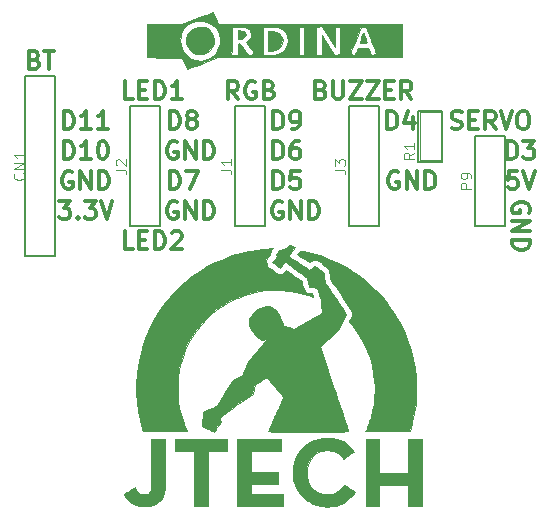
<source format=gbr>
G04 #@! TF.GenerationSoftware,KiCad,Pcbnew,(2017-02-16 revision ccbdb41)-makepkg*
G04 #@! TF.CreationDate,2017-02-23T14:10:58+01:00*
G04 #@! TF.ProjectId,Kicad,4B696361642E6B696361645F70636200,rev?*
G04 #@! TF.FileFunction,Legend,Top*
G04 #@! TF.FilePolarity,Positive*
%FSLAX46Y46*%
G04 Gerber Fmt 4.6, Leading zero omitted, Abs format (unit mm)*
G04 Created by KiCad (PCBNEW (2017-02-16 revision ccbdb41)-makepkg) date 02/23/17 14:10:58*
%MOMM*%
%LPD*%
G01*
G04 APERTURE LIST*
%ADD10C,0.100000*%
%ADD11C,0.300000*%
%ADD12C,0.010000*%
%ADD13C,0.066040*%
%ADD14C,0.127000*%
%ADD15C,0.101600*%
G04 APERTURE END LIST*
D10*
D11*
X112085714Y-100651571D02*
X113014285Y-100651571D01*
X112514285Y-101223000D01*
X112728571Y-101223000D01*
X112871428Y-101294428D01*
X112942857Y-101365857D01*
X113014285Y-101508714D01*
X113014285Y-101865857D01*
X112942857Y-102008714D01*
X112871428Y-102080142D01*
X112728571Y-102151571D01*
X112300000Y-102151571D01*
X112157142Y-102080142D01*
X112085714Y-102008714D01*
X113657142Y-102008714D02*
X113728571Y-102080142D01*
X113657142Y-102151571D01*
X113585714Y-102080142D01*
X113657142Y-102008714D01*
X113657142Y-102151571D01*
X114228571Y-100651571D02*
X115157142Y-100651571D01*
X114657142Y-101223000D01*
X114871428Y-101223000D01*
X115014285Y-101294428D01*
X115085714Y-101365857D01*
X115157142Y-101508714D01*
X115157142Y-101865857D01*
X115085714Y-102008714D01*
X115014285Y-102080142D01*
X114871428Y-102151571D01*
X114442857Y-102151571D01*
X114300000Y-102080142D01*
X114228571Y-102008714D01*
X115585714Y-100651571D02*
X116085714Y-102151571D01*
X116585714Y-100651571D01*
X112478571Y-94531571D02*
X112478571Y-93031571D01*
X112835714Y-93031571D01*
X113050000Y-93103000D01*
X113192857Y-93245857D01*
X113264285Y-93388714D01*
X113335714Y-93674428D01*
X113335714Y-93888714D01*
X113264285Y-94174428D01*
X113192857Y-94317285D01*
X113050000Y-94460142D01*
X112835714Y-94531571D01*
X112478571Y-94531571D01*
X114764285Y-94531571D02*
X113907142Y-94531571D01*
X114335714Y-94531571D02*
X114335714Y-93031571D01*
X114192857Y-93245857D01*
X114050000Y-93388714D01*
X113907142Y-93460142D01*
X116192857Y-94531571D02*
X115335714Y-94531571D01*
X115764285Y-94531571D02*
X115764285Y-93031571D01*
X115621428Y-93245857D01*
X115478571Y-93388714D01*
X115335714Y-93460142D01*
X112478571Y-97071571D02*
X112478571Y-95571571D01*
X112835714Y-95571571D01*
X113050000Y-95643000D01*
X113192857Y-95785857D01*
X113264285Y-95928714D01*
X113335714Y-96214428D01*
X113335714Y-96428714D01*
X113264285Y-96714428D01*
X113192857Y-96857285D01*
X113050000Y-97000142D01*
X112835714Y-97071571D01*
X112478571Y-97071571D01*
X114764285Y-97071571D02*
X113907142Y-97071571D01*
X114335714Y-97071571D02*
X114335714Y-95571571D01*
X114192857Y-95785857D01*
X114050000Y-95928714D01*
X113907142Y-96000142D01*
X115692857Y-95571571D02*
X115835714Y-95571571D01*
X115978571Y-95643000D01*
X116050000Y-95714428D01*
X116121428Y-95857285D01*
X116192857Y-96143000D01*
X116192857Y-96500142D01*
X116121428Y-96785857D01*
X116050000Y-96928714D01*
X115978571Y-97000142D01*
X115835714Y-97071571D01*
X115692857Y-97071571D01*
X115550000Y-97000142D01*
X115478571Y-96928714D01*
X115407142Y-96785857D01*
X115335714Y-96500142D01*
X115335714Y-96143000D01*
X115407142Y-95857285D01*
X115478571Y-95714428D01*
X115550000Y-95643000D01*
X115692857Y-95571571D01*
X110025714Y-88665857D02*
X110240000Y-88737285D01*
X110311428Y-88808714D01*
X110382857Y-88951571D01*
X110382857Y-89165857D01*
X110311428Y-89308714D01*
X110240000Y-89380142D01*
X110097142Y-89451571D01*
X109525714Y-89451571D01*
X109525714Y-87951571D01*
X110025714Y-87951571D01*
X110168571Y-88023000D01*
X110240000Y-88094428D01*
X110311428Y-88237285D01*
X110311428Y-88380142D01*
X110240000Y-88523000D01*
X110168571Y-88594428D01*
X110025714Y-88665857D01*
X109525714Y-88665857D01*
X110811428Y-87951571D02*
X111668571Y-87951571D01*
X111240000Y-89451571D02*
X111240000Y-87951571D01*
X145304285Y-94460142D02*
X145518571Y-94531571D01*
X145875714Y-94531571D01*
X146018571Y-94460142D01*
X146090000Y-94388714D01*
X146161428Y-94245857D01*
X146161428Y-94103000D01*
X146090000Y-93960142D01*
X146018571Y-93888714D01*
X145875714Y-93817285D01*
X145590000Y-93745857D01*
X145447142Y-93674428D01*
X145375714Y-93603000D01*
X145304285Y-93460142D01*
X145304285Y-93317285D01*
X145375714Y-93174428D01*
X145447142Y-93103000D01*
X145590000Y-93031571D01*
X145947142Y-93031571D01*
X146161428Y-93103000D01*
X146804285Y-93745857D02*
X147304285Y-93745857D01*
X147518571Y-94531571D02*
X146804285Y-94531571D01*
X146804285Y-93031571D01*
X147518571Y-93031571D01*
X149018571Y-94531571D02*
X148518571Y-93817285D01*
X148161428Y-94531571D02*
X148161428Y-93031571D01*
X148732857Y-93031571D01*
X148875714Y-93103000D01*
X148947142Y-93174428D01*
X149018571Y-93317285D01*
X149018571Y-93531571D01*
X148947142Y-93674428D01*
X148875714Y-93745857D01*
X148732857Y-93817285D01*
X148161428Y-93817285D01*
X149447142Y-93031571D02*
X149947142Y-94531571D01*
X150447142Y-93031571D01*
X151232857Y-93031571D02*
X151518571Y-93031571D01*
X151661428Y-93103000D01*
X151804285Y-93245857D01*
X151875714Y-93531571D01*
X151875714Y-94031571D01*
X151804285Y-94317285D01*
X151661428Y-94460142D01*
X151518571Y-94531571D01*
X151232857Y-94531571D01*
X151090000Y-94460142D01*
X150947142Y-94317285D01*
X150875714Y-94031571D01*
X150875714Y-93531571D01*
X150947142Y-93245857D01*
X151090000Y-93103000D01*
X151232857Y-93031571D01*
X134259285Y-91205857D02*
X134473571Y-91277285D01*
X134545000Y-91348714D01*
X134616428Y-91491571D01*
X134616428Y-91705857D01*
X134545000Y-91848714D01*
X134473571Y-91920142D01*
X134330714Y-91991571D01*
X133759285Y-91991571D01*
X133759285Y-90491571D01*
X134259285Y-90491571D01*
X134402142Y-90563000D01*
X134473571Y-90634428D01*
X134545000Y-90777285D01*
X134545000Y-90920142D01*
X134473571Y-91063000D01*
X134402142Y-91134428D01*
X134259285Y-91205857D01*
X133759285Y-91205857D01*
X135259285Y-90491571D02*
X135259285Y-91705857D01*
X135330714Y-91848714D01*
X135402142Y-91920142D01*
X135545000Y-91991571D01*
X135830714Y-91991571D01*
X135973571Y-91920142D01*
X136045000Y-91848714D01*
X136116428Y-91705857D01*
X136116428Y-90491571D01*
X136687857Y-90491571D02*
X137687857Y-90491571D01*
X136687857Y-91991571D01*
X137687857Y-91991571D01*
X138116428Y-90491571D02*
X139116428Y-90491571D01*
X138116428Y-91991571D01*
X139116428Y-91991571D01*
X139687857Y-91205857D02*
X140187857Y-91205857D01*
X140402142Y-91991571D02*
X139687857Y-91991571D01*
X139687857Y-90491571D01*
X140402142Y-90491571D01*
X141902142Y-91991571D02*
X141402142Y-91277285D01*
X141045000Y-91991571D02*
X141045000Y-90491571D01*
X141616428Y-90491571D01*
X141759285Y-90563000D01*
X141830714Y-90634428D01*
X141902142Y-90777285D01*
X141902142Y-90991571D01*
X141830714Y-91134428D01*
X141759285Y-91205857D01*
X141616428Y-91277285D01*
X141045000Y-91277285D01*
X127234285Y-91991571D02*
X126734285Y-91277285D01*
X126377142Y-91991571D02*
X126377142Y-90491571D01*
X126948571Y-90491571D01*
X127091428Y-90563000D01*
X127162857Y-90634428D01*
X127234285Y-90777285D01*
X127234285Y-90991571D01*
X127162857Y-91134428D01*
X127091428Y-91205857D01*
X126948571Y-91277285D01*
X126377142Y-91277285D01*
X128662857Y-90563000D02*
X128520000Y-90491571D01*
X128305714Y-90491571D01*
X128091428Y-90563000D01*
X127948571Y-90705857D01*
X127877142Y-90848714D01*
X127805714Y-91134428D01*
X127805714Y-91348714D01*
X127877142Y-91634428D01*
X127948571Y-91777285D01*
X128091428Y-91920142D01*
X128305714Y-91991571D01*
X128448571Y-91991571D01*
X128662857Y-91920142D01*
X128734285Y-91848714D01*
X128734285Y-91348714D01*
X128448571Y-91348714D01*
X129877142Y-91205857D02*
X130091428Y-91277285D01*
X130162857Y-91348714D01*
X130234285Y-91491571D01*
X130234285Y-91705857D01*
X130162857Y-91848714D01*
X130091428Y-91920142D01*
X129948571Y-91991571D01*
X129377142Y-91991571D01*
X129377142Y-90491571D01*
X129877142Y-90491571D01*
X130020000Y-90563000D01*
X130091428Y-90634428D01*
X130162857Y-90777285D01*
X130162857Y-90920142D01*
X130091428Y-91063000D01*
X130020000Y-91134428D01*
X129877142Y-91205857D01*
X129377142Y-91205857D01*
X118336428Y-104691571D02*
X117622142Y-104691571D01*
X117622142Y-103191571D01*
X118836428Y-103905857D02*
X119336428Y-103905857D01*
X119550714Y-104691571D02*
X118836428Y-104691571D01*
X118836428Y-103191571D01*
X119550714Y-103191571D01*
X120193571Y-104691571D02*
X120193571Y-103191571D01*
X120550714Y-103191571D01*
X120765000Y-103263000D01*
X120907857Y-103405857D01*
X120979285Y-103548714D01*
X121050714Y-103834428D01*
X121050714Y-104048714D01*
X120979285Y-104334428D01*
X120907857Y-104477285D01*
X120765000Y-104620142D01*
X120550714Y-104691571D01*
X120193571Y-104691571D01*
X121622142Y-103334428D02*
X121693571Y-103263000D01*
X121836428Y-103191571D01*
X122193571Y-103191571D01*
X122336428Y-103263000D01*
X122407857Y-103334428D01*
X122479285Y-103477285D01*
X122479285Y-103620142D01*
X122407857Y-103834428D01*
X121550714Y-104691571D01*
X122479285Y-104691571D01*
X118336428Y-91991571D02*
X117622142Y-91991571D01*
X117622142Y-90491571D01*
X118836428Y-91205857D02*
X119336428Y-91205857D01*
X119550714Y-91991571D02*
X118836428Y-91991571D01*
X118836428Y-90491571D01*
X119550714Y-90491571D01*
X120193571Y-91991571D02*
X120193571Y-90491571D01*
X120550714Y-90491571D01*
X120765000Y-90563000D01*
X120907857Y-90705857D01*
X120979285Y-90848714D01*
X121050714Y-91134428D01*
X121050714Y-91348714D01*
X120979285Y-91634428D01*
X120907857Y-91777285D01*
X120765000Y-91920142D01*
X120550714Y-91991571D01*
X120193571Y-91991571D01*
X122479285Y-91991571D02*
X121622142Y-91991571D01*
X122050714Y-91991571D02*
X122050714Y-90491571D01*
X121907857Y-90705857D01*
X121765000Y-90848714D01*
X121622142Y-90920142D01*
X139862857Y-94531571D02*
X139862857Y-93031571D01*
X140220000Y-93031571D01*
X140434285Y-93103000D01*
X140577142Y-93245857D01*
X140648571Y-93388714D01*
X140720000Y-93674428D01*
X140720000Y-93888714D01*
X140648571Y-94174428D01*
X140577142Y-94317285D01*
X140434285Y-94460142D01*
X140220000Y-94531571D01*
X139862857Y-94531571D01*
X142005714Y-93531571D02*
X142005714Y-94531571D01*
X141648571Y-92960142D02*
X141291428Y-94031571D01*
X142220000Y-94031571D01*
X140783857Y-98183000D02*
X140641000Y-98111571D01*
X140426714Y-98111571D01*
X140212428Y-98183000D01*
X140069571Y-98325857D01*
X139998142Y-98468714D01*
X139926714Y-98754428D01*
X139926714Y-98968714D01*
X139998142Y-99254428D01*
X140069571Y-99397285D01*
X140212428Y-99540142D01*
X140426714Y-99611571D01*
X140569571Y-99611571D01*
X140783857Y-99540142D01*
X140855285Y-99468714D01*
X140855285Y-98968714D01*
X140569571Y-98968714D01*
X141498142Y-99611571D02*
X141498142Y-98111571D01*
X142355285Y-99611571D01*
X142355285Y-98111571D01*
X143069571Y-99611571D02*
X143069571Y-98111571D01*
X143426714Y-98111571D01*
X143641000Y-98183000D01*
X143783857Y-98325857D01*
X143855285Y-98468714D01*
X143926714Y-98754428D01*
X143926714Y-98968714D01*
X143855285Y-99254428D01*
X143783857Y-99397285D01*
X143641000Y-99540142D01*
X143426714Y-99611571D01*
X143069571Y-99611571D01*
X121447857Y-94531571D02*
X121447857Y-93031571D01*
X121805000Y-93031571D01*
X122019285Y-93103000D01*
X122162142Y-93245857D01*
X122233571Y-93388714D01*
X122305000Y-93674428D01*
X122305000Y-93888714D01*
X122233571Y-94174428D01*
X122162142Y-94317285D01*
X122019285Y-94460142D01*
X121805000Y-94531571D01*
X121447857Y-94531571D01*
X123162142Y-93674428D02*
X123019285Y-93603000D01*
X122947857Y-93531571D01*
X122876428Y-93388714D01*
X122876428Y-93317285D01*
X122947857Y-93174428D01*
X123019285Y-93103000D01*
X123162142Y-93031571D01*
X123447857Y-93031571D01*
X123590714Y-93103000D01*
X123662142Y-93174428D01*
X123733571Y-93317285D01*
X123733571Y-93388714D01*
X123662142Y-93531571D01*
X123590714Y-93603000D01*
X123447857Y-93674428D01*
X123162142Y-93674428D01*
X123019285Y-93745857D01*
X122947857Y-93817285D01*
X122876428Y-93960142D01*
X122876428Y-94245857D01*
X122947857Y-94388714D01*
X123019285Y-94460142D01*
X123162142Y-94531571D01*
X123447857Y-94531571D01*
X123590714Y-94460142D01*
X123662142Y-94388714D01*
X123733571Y-94245857D01*
X123733571Y-93960142D01*
X123662142Y-93817285D01*
X123590714Y-93745857D01*
X123447857Y-93674428D01*
X122047142Y-95643000D02*
X121904285Y-95571571D01*
X121690000Y-95571571D01*
X121475714Y-95643000D01*
X121332857Y-95785857D01*
X121261428Y-95928714D01*
X121190000Y-96214428D01*
X121190000Y-96428714D01*
X121261428Y-96714428D01*
X121332857Y-96857285D01*
X121475714Y-97000142D01*
X121690000Y-97071571D01*
X121832857Y-97071571D01*
X122047142Y-97000142D01*
X122118571Y-96928714D01*
X122118571Y-96428714D01*
X121832857Y-96428714D01*
X122761428Y-97071571D02*
X122761428Y-95571571D01*
X123618571Y-97071571D01*
X123618571Y-95571571D01*
X124332857Y-97071571D02*
X124332857Y-95571571D01*
X124690000Y-95571571D01*
X124904285Y-95643000D01*
X125047142Y-95785857D01*
X125118571Y-95928714D01*
X125190000Y-96214428D01*
X125190000Y-96428714D01*
X125118571Y-96714428D01*
X125047142Y-96857285D01*
X124904285Y-97000142D01*
X124690000Y-97071571D01*
X124332857Y-97071571D01*
X121447857Y-99611571D02*
X121447857Y-98111571D01*
X121805000Y-98111571D01*
X122019285Y-98183000D01*
X122162142Y-98325857D01*
X122233571Y-98468714D01*
X122305000Y-98754428D01*
X122305000Y-98968714D01*
X122233571Y-99254428D01*
X122162142Y-99397285D01*
X122019285Y-99540142D01*
X121805000Y-99611571D01*
X121447857Y-99611571D01*
X122805000Y-98111571D02*
X123805000Y-98111571D01*
X123162142Y-99611571D01*
X130210857Y-94531571D02*
X130210857Y-93031571D01*
X130568000Y-93031571D01*
X130782285Y-93103000D01*
X130925142Y-93245857D01*
X130996571Y-93388714D01*
X131068000Y-93674428D01*
X131068000Y-93888714D01*
X130996571Y-94174428D01*
X130925142Y-94317285D01*
X130782285Y-94460142D01*
X130568000Y-94531571D01*
X130210857Y-94531571D01*
X131782285Y-94531571D02*
X132068000Y-94531571D01*
X132210857Y-94460142D01*
X132282285Y-94388714D01*
X132425142Y-94174428D01*
X132496571Y-93888714D01*
X132496571Y-93317285D01*
X132425142Y-93174428D01*
X132353714Y-93103000D01*
X132210857Y-93031571D01*
X131925142Y-93031571D01*
X131782285Y-93103000D01*
X131710857Y-93174428D01*
X131639428Y-93317285D01*
X131639428Y-93674428D01*
X131710857Y-93817285D01*
X131782285Y-93888714D01*
X131925142Y-93960142D01*
X132210857Y-93960142D01*
X132353714Y-93888714D01*
X132425142Y-93817285D01*
X132496571Y-93674428D01*
X130210857Y-97071571D02*
X130210857Y-95571571D01*
X130568000Y-95571571D01*
X130782285Y-95643000D01*
X130925142Y-95785857D01*
X130996571Y-95928714D01*
X131068000Y-96214428D01*
X131068000Y-96428714D01*
X130996571Y-96714428D01*
X130925142Y-96857285D01*
X130782285Y-97000142D01*
X130568000Y-97071571D01*
X130210857Y-97071571D01*
X132353714Y-95571571D02*
X132068000Y-95571571D01*
X131925142Y-95643000D01*
X131853714Y-95714428D01*
X131710857Y-95928714D01*
X131639428Y-96214428D01*
X131639428Y-96785857D01*
X131710857Y-96928714D01*
X131782285Y-97000142D01*
X131925142Y-97071571D01*
X132210857Y-97071571D01*
X132353714Y-97000142D01*
X132425142Y-96928714D01*
X132496571Y-96785857D01*
X132496571Y-96428714D01*
X132425142Y-96285857D01*
X132353714Y-96214428D01*
X132210857Y-96143000D01*
X131925142Y-96143000D01*
X131782285Y-96214428D01*
X131710857Y-96285857D01*
X131639428Y-96428714D01*
X130210857Y-99611571D02*
X130210857Y-98111571D01*
X130568000Y-98111571D01*
X130782285Y-98183000D01*
X130925142Y-98325857D01*
X130996571Y-98468714D01*
X131068000Y-98754428D01*
X131068000Y-98968714D01*
X130996571Y-99254428D01*
X130925142Y-99397285D01*
X130782285Y-99540142D01*
X130568000Y-99611571D01*
X130210857Y-99611571D01*
X132425142Y-98111571D02*
X131710857Y-98111571D01*
X131639428Y-98825857D01*
X131710857Y-98754428D01*
X131853714Y-98683000D01*
X132210857Y-98683000D01*
X132353714Y-98754428D01*
X132425142Y-98825857D01*
X132496571Y-98968714D01*
X132496571Y-99325857D01*
X132425142Y-99468714D01*
X132353714Y-99540142D01*
X132210857Y-99611571D01*
X131853714Y-99611571D01*
X131710857Y-99540142D01*
X131639428Y-99468714D01*
X150022857Y-97071571D02*
X150022857Y-95571571D01*
X150380000Y-95571571D01*
X150594285Y-95643000D01*
X150737142Y-95785857D01*
X150808571Y-95928714D01*
X150880000Y-96214428D01*
X150880000Y-96428714D01*
X150808571Y-96714428D01*
X150737142Y-96857285D01*
X150594285Y-97000142D01*
X150380000Y-97071571D01*
X150022857Y-97071571D01*
X151380000Y-95571571D02*
X152308571Y-95571571D01*
X151808571Y-96143000D01*
X152022857Y-96143000D01*
X152165714Y-96214428D01*
X152237142Y-96285857D01*
X152308571Y-96428714D01*
X152308571Y-96785857D01*
X152237142Y-96928714D01*
X152165714Y-97000142D01*
X152022857Y-97071571D01*
X151594285Y-97071571D01*
X151451428Y-97000142D01*
X151380000Y-96928714D01*
X150844285Y-98111571D02*
X150130000Y-98111571D01*
X150058571Y-98825857D01*
X150130000Y-98754428D01*
X150272857Y-98683000D01*
X150630000Y-98683000D01*
X150772857Y-98754428D01*
X150844285Y-98825857D01*
X150915714Y-98968714D01*
X150915714Y-99325857D01*
X150844285Y-99468714D01*
X150772857Y-99540142D01*
X150630000Y-99611571D01*
X150272857Y-99611571D01*
X150130000Y-99540142D01*
X150058571Y-99468714D01*
X151344285Y-98111571D02*
X151844285Y-99611571D01*
X152344285Y-98111571D01*
X151880000Y-101600142D02*
X151951428Y-101457285D01*
X151951428Y-101243000D01*
X151880000Y-101028714D01*
X151737142Y-100885857D01*
X151594285Y-100814428D01*
X151308571Y-100743000D01*
X151094285Y-100743000D01*
X150808571Y-100814428D01*
X150665714Y-100885857D01*
X150522857Y-101028714D01*
X150451428Y-101243000D01*
X150451428Y-101385857D01*
X150522857Y-101600142D01*
X150594285Y-101671571D01*
X151094285Y-101671571D01*
X151094285Y-101385857D01*
X150451428Y-102314428D02*
X151951428Y-102314428D01*
X150451428Y-103171571D01*
X151951428Y-103171571D01*
X150451428Y-103885857D02*
X151951428Y-103885857D01*
X151951428Y-104243000D01*
X151880000Y-104457285D01*
X151737142Y-104600142D01*
X151594285Y-104671571D01*
X151308571Y-104743000D01*
X151094285Y-104743000D01*
X150808571Y-104671571D01*
X150665714Y-104600142D01*
X150522857Y-104457285D01*
X150451428Y-104243000D01*
X150451428Y-103885857D01*
X130937142Y-100723000D02*
X130794285Y-100651571D01*
X130580000Y-100651571D01*
X130365714Y-100723000D01*
X130222857Y-100865857D01*
X130151428Y-101008714D01*
X130080000Y-101294428D01*
X130080000Y-101508714D01*
X130151428Y-101794428D01*
X130222857Y-101937285D01*
X130365714Y-102080142D01*
X130580000Y-102151571D01*
X130722857Y-102151571D01*
X130937142Y-102080142D01*
X131008571Y-102008714D01*
X131008571Y-101508714D01*
X130722857Y-101508714D01*
X131651428Y-102151571D02*
X131651428Y-100651571D01*
X132508571Y-102151571D01*
X132508571Y-100651571D01*
X133222857Y-102151571D02*
X133222857Y-100651571D01*
X133580000Y-100651571D01*
X133794285Y-100723000D01*
X133937142Y-100865857D01*
X134008571Y-101008714D01*
X134080000Y-101294428D01*
X134080000Y-101508714D01*
X134008571Y-101794428D01*
X133937142Y-101937285D01*
X133794285Y-102080142D01*
X133580000Y-102151571D01*
X133222857Y-102151571D01*
X122047142Y-100723000D02*
X121904285Y-100651571D01*
X121690000Y-100651571D01*
X121475714Y-100723000D01*
X121332857Y-100865857D01*
X121261428Y-101008714D01*
X121190000Y-101294428D01*
X121190000Y-101508714D01*
X121261428Y-101794428D01*
X121332857Y-101937285D01*
X121475714Y-102080142D01*
X121690000Y-102151571D01*
X121832857Y-102151571D01*
X122047142Y-102080142D01*
X122118571Y-102008714D01*
X122118571Y-101508714D01*
X121832857Y-101508714D01*
X122761428Y-102151571D02*
X122761428Y-100651571D01*
X123618571Y-102151571D01*
X123618571Y-100651571D01*
X124332857Y-102151571D02*
X124332857Y-100651571D01*
X124690000Y-100651571D01*
X124904285Y-100723000D01*
X125047142Y-100865857D01*
X125118571Y-101008714D01*
X125190000Y-101294428D01*
X125190000Y-101508714D01*
X125118571Y-101794428D01*
X125047142Y-101937285D01*
X124904285Y-102080142D01*
X124690000Y-102151571D01*
X124332857Y-102151571D01*
X113157142Y-98183000D02*
X113014285Y-98111571D01*
X112800000Y-98111571D01*
X112585714Y-98183000D01*
X112442857Y-98325857D01*
X112371428Y-98468714D01*
X112300000Y-98754428D01*
X112300000Y-98968714D01*
X112371428Y-99254428D01*
X112442857Y-99397285D01*
X112585714Y-99540142D01*
X112800000Y-99611571D01*
X112942857Y-99611571D01*
X113157142Y-99540142D01*
X113228571Y-99468714D01*
X113228571Y-98968714D01*
X112942857Y-98968714D01*
X113871428Y-99611571D02*
X113871428Y-98111571D01*
X114728571Y-99611571D01*
X114728571Y-98111571D01*
X115442857Y-99611571D02*
X115442857Y-98111571D01*
X115800000Y-98111571D01*
X116014285Y-98183000D01*
X116157142Y-98325857D01*
X116228571Y-98468714D01*
X116300000Y-98754428D01*
X116300000Y-98968714D01*
X116228571Y-99254428D01*
X116157142Y-99397285D01*
X116014285Y-99540142D01*
X115800000Y-99611571D01*
X115442857Y-99611571D01*
D12*
G36*
X137859675Y-86415637D02*
X137910245Y-86560168D01*
X137960593Y-86725125D01*
X138022390Y-86934879D01*
X138073082Y-87100168D01*
X138096161Y-87169625D01*
X138073031Y-87221739D01*
X137944288Y-87246051D01*
X137833543Y-87249000D01*
X137660758Y-87239054D01*
X137555737Y-87213832D01*
X137541000Y-87197829D01*
X137559815Y-87111088D01*
X137607607Y-86953197D01*
X137671387Y-86761699D01*
X137738173Y-86574132D01*
X137794977Y-86428039D01*
X137828815Y-86360959D01*
X137830805Y-86360000D01*
X137859675Y-86415637D01*
X137859675Y-86415637D01*
G37*
X137859675Y-86415637D02*
X137910245Y-86560168D01*
X137960593Y-86725125D01*
X138022390Y-86934879D01*
X138073082Y-87100168D01*
X138096161Y-87169625D01*
X138073031Y-87221739D01*
X137944288Y-87246051D01*
X137833543Y-87249000D01*
X137660758Y-87239054D01*
X137555737Y-87213832D01*
X137541000Y-87197829D01*
X137559815Y-87111088D01*
X137607607Y-86953197D01*
X137671387Y-86761699D01*
X137738173Y-86574132D01*
X137794977Y-86428039D01*
X137828815Y-86360959D01*
X137830805Y-86360000D01*
X137859675Y-86415637D01*
G36*
X130457297Y-86272734D02*
X130709544Y-86395388D01*
X130881422Y-86606138D01*
X130896687Y-86636674D01*
X130984405Y-86948856D01*
X130958460Y-87244743D01*
X130832159Y-87505229D01*
X130618809Y-87711209D01*
X130331717Y-87843578D01*
X130027951Y-87884000D01*
X129794000Y-87884000D01*
X129794000Y-86233000D01*
X130114653Y-86233000D01*
X130457297Y-86272734D01*
X130457297Y-86272734D01*
G37*
X130457297Y-86272734D02*
X130709544Y-86395388D01*
X130881422Y-86606138D01*
X130896687Y-86636674D01*
X130984405Y-86948856D01*
X130958460Y-87244743D01*
X130832159Y-87505229D01*
X130618809Y-87711209D01*
X130331717Y-87843578D01*
X130027951Y-87884000D01*
X129794000Y-87884000D01*
X129794000Y-86233000D01*
X130114653Y-86233000D01*
X130457297Y-86272734D01*
G36*
X127504096Y-86191879D02*
X127667192Y-86246363D01*
X127789019Y-86313969D01*
X127825500Y-86364999D01*
X127846037Y-86461410D01*
X127862960Y-86510732D01*
X127848911Y-86631164D01*
X127748671Y-86761090D01*
X127596671Y-86870267D01*
X127427345Y-86928454D01*
X127383886Y-86931500D01*
X127190500Y-86931500D01*
X127190500Y-86550500D01*
X127193957Y-86339278D01*
X127212450Y-86225232D01*
X127258158Y-86178571D01*
X127343259Y-86169502D01*
X127346262Y-86169500D01*
X127504096Y-86191879D01*
X127504096Y-86191879D01*
G37*
X127504096Y-86191879D02*
X127667192Y-86246363D01*
X127789019Y-86313969D01*
X127825500Y-86364999D01*
X127846037Y-86461410D01*
X127862960Y-86510732D01*
X127848911Y-86631164D01*
X127748671Y-86761090D01*
X127596671Y-86870267D01*
X127427345Y-86928454D01*
X127383886Y-86931500D01*
X127190500Y-86931500D01*
X127190500Y-86550500D01*
X127193957Y-86339278D01*
X127212450Y-86225232D01*
X127258158Y-86178571D01*
X127343259Y-86169502D01*
X127346262Y-86169500D01*
X127504096Y-86191879D01*
G36*
X124459461Y-85915277D02*
X124720617Y-86081744D01*
X124943109Y-86331051D01*
X125107361Y-86628490D01*
X125193796Y-86939356D01*
X125187902Y-87206688D01*
X125054122Y-87575095D01*
X124832048Y-87872692D01*
X124541143Y-88086300D01*
X124200871Y-88202743D01*
X123830696Y-88208842D01*
X123733832Y-88191150D01*
X123395930Y-88057782D01*
X123131383Y-87840041D01*
X122944960Y-87560444D01*
X122841432Y-87241505D01*
X122825569Y-86905742D01*
X122902141Y-86575670D01*
X123075919Y-86273805D01*
X123284546Y-86070481D01*
X123540613Y-85938757D01*
X123858354Y-85864454D01*
X124183746Y-85854708D01*
X124459461Y-85915277D01*
X124459461Y-85915277D01*
G37*
X124459461Y-85915277D02*
X124720617Y-86081744D01*
X124943109Y-86331051D01*
X125107361Y-86628490D01*
X125193796Y-86939356D01*
X125187902Y-87206688D01*
X125054122Y-87575095D01*
X124832048Y-87872692D01*
X124541143Y-88086300D01*
X124200871Y-88202743D01*
X123830696Y-88208842D01*
X123733832Y-88191150D01*
X123395930Y-88057782D01*
X123131383Y-87840041D01*
X122944960Y-87560444D01*
X122841432Y-87241505D01*
X122825569Y-86905742D01*
X122902141Y-86575670D01*
X123075919Y-86273805D01*
X123284546Y-86070481D01*
X123540613Y-85938757D01*
X123858354Y-85864454D01*
X124183746Y-85854708D01*
X124459461Y-85915277D01*
G36*
X125139026Y-84700773D02*
X125207409Y-84847572D01*
X125291315Y-85057363D01*
X125315186Y-85121750D01*
X125488884Y-85598000D01*
X141097000Y-85598000D01*
X141097000Y-88455500D01*
X125564734Y-88455500D01*
X124266242Y-88930856D01*
X123883639Y-89070160D01*
X123541111Y-89193425D01*
X123256624Y-89294304D01*
X123048140Y-89366451D01*
X122933625Y-89403521D01*
X122918132Y-89407106D01*
X122857242Y-89356880D01*
X122826610Y-89296875D01*
X122781402Y-89178217D01*
X122708909Y-88989140D01*
X122650203Y-88836500D01*
X122515700Y-88487250D01*
X121011350Y-88470225D01*
X119507000Y-88453201D01*
X119507000Y-87026750D01*
X122334948Y-87026750D01*
X122361305Y-87427529D01*
X122451083Y-87748241D01*
X122620341Y-88026657D01*
X122871221Y-88288040D01*
X123255133Y-88556722D01*
X123672547Y-88704576D01*
X124112881Y-88729873D01*
X124565553Y-88630890D01*
X124685476Y-88583937D01*
X125063726Y-88358759D01*
X125154181Y-88265140D01*
X132365750Y-88265140D01*
X132842000Y-88265000D01*
X132842000Y-85912356D01*
X133858000Y-85912356D01*
X133858000Y-88265000D01*
X134312099Y-88265000D01*
X134291424Y-87381936D01*
X134286597Y-87066161D01*
X134287503Y-86803822D01*
X134293679Y-86616876D01*
X134304663Y-86527281D01*
X134309516Y-86522959D01*
X134353588Y-86583032D01*
X134450448Y-86733566D01*
X134588311Y-86955664D01*
X134755395Y-87230429D01*
X134874473Y-87428965D01*
X135400663Y-88310884D01*
X135606657Y-88247663D01*
X135754267Y-88179054D01*
X135772792Y-88149218D01*
X136715385Y-88149218D01*
X136771996Y-88199710D01*
X136913710Y-88241547D01*
X137034896Y-88257633D01*
X137119935Y-88203519D01*
X137216032Y-88040297D01*
X137256212Y-87945019D01*
X137380382Y-87625039D01*
X137820737Y-87643394D01*
X138261091Y-87661750D01*
X138354239Y-87947500D01*
X138412683Y-88120050D01*
X138455229Y-88233469D01*
X138465902Y-88255167D01*
X138543313Y-88265802D01*
X138674308Y-88235077D01*
X138802526Y-88182092D01*
X138871607Y-88125943D01*
X138873414Y-88117079D01*
X138851766Y-88036138D01*
X138792309Y-87856817D01*
X138702177Y-87599517D01*
X138588505Y-87284637D01*
X138469873Y-86963250D01*
X138067419Y-85883750D01*
X137850869Y-85864930D01*
X137634319Y-85846111D01*
X137174794Y-86976180D01*
X137031960Y-87329592D01*
X136907231Y-87642320D01*
X136807990Y-87895511D01*
X136741623Y-88070309D01*
X136715514Y-88147859D01*
X136715385Y-88149218D01*
X135772792Y-88149218D01*
X135826886Y-88062097D01*
X135850626Y-87954846D01*
X135864346Y-87809039D01*
X135875962Y-87566213D01*
X135884479Y-87256344D01*
X135888905Y-86909409D01*
X135889301Y-86788625D01*
X135890000Y-85852000D01*
X135669541Y-85851999D01*
X135449083Y-85851999D01*
X135431416Y-86713267D01*
X135413750Y-87574534D01*
X134874000Y-86683902D01*
X134688746Y-86385294D01*
X134521552Y-86128977D01*
X134384976Y-85933189D01*
X134291578Y-85816167D01*
X134259008Y-85790885D01*
X134146498Y-85810341D01*
X134020883Y-85850428D01*
X133858000Y-85912356D01*
X132842000Y-85912356D01*
X132842000Y-85852000D01*
X132622405Y-85852000D01*
X132402810Y-85851999D01*
X132384280Y-87058570D01*
X132365750Y-88265140D01*
X125154181Y-88265140D01*
X125154317Y-88265000D01*
X126664135Y-88265000D01*
X127190500Y-88265000D01*
X127190500Y-87757000D01*
X127198627Y-87481895D01*
X127228669Y-87315988D01*
X127289111Y-87259294D01*
X127388441Y-87311831D01*
X127535144Y-87473618D01*
X127737708Y-87744673D01*
X127747363Y-87758166D01*
X127917360Y-87991770D01*
X128036549Y-88138292D01*
X128125674Y-88215572D01*
X128205480Y-88241452D01*
X128296715Y-88233774D01*
X128299765Y-88233226D01*
X128451802Y-88192499D01*
X128540565Y-88146834D01*
X128527600Y-88077099D01*
X128448952Y-87934304D01*
X128319437Y-87743617D01*
X128244111Y-87643188D01*
X127895371Y-87191828D01*
X128114435Y-86972764D01*
X128287092Y-86733599D01*
X128334294Y-86481706D01*
X128257539Y-86207837D01*
X128243012Y-86178709D01*
X128134299Y-86031133D01*
X127974089Y-85932703D01*
X127740328Y-85875914D01*
X127410962Y-85853263D01*
X127282762Y-85852000D01*
X129349500Y-85852000D01*
X129349500Y-88265000D01*
X129848024Y-88265000D01*
X130120088Y-88255673D01*
X130371193Y-88231103D01*
X130550785Y-88196404D01*
X130562399Y-88192730D01*
X130916556Y-88013663D01*
X131191123Y-87750024D01*
X131371482Y-87421349D01*
X131443016Y-87047170D01*
X131443605Y-87015008D01*
X131400365Y-86655527D01*
X131257767Y-86354719D01*
X131139335Y-86209304D01*
X130961670Y-86050783D01*
X130760360Y-85944716D01*
X130506597Y-85882412D01*
X130171574Y-85855182D01*
X129954789Y-85852000D01*
X129349500Y-85852000D01*
X127282762Y-85852000D01*
X126746000Y-85852000D01*
X126745548Y-86629875D01*
X126741856Y-86982931D01*
X126732206Y-87337745D01*
X126718153Y-87648493D01*
X126704616Y-87836375D01*
X126664135Y-88265000D01*
X125154317Y-88265000D01*
X125356815Y-88055422D01*
X125560555Y-87693607D01*
X125670760Y-87292993D01*
X125683242Y-86873260D01*
X125593815Y-86454087D01*
X125398291Y-86055154D01*
X125262303Y-85872812D01*
X124958695Y-85606726D01*
X124591673Y-85432531D01*
X124186173Y-85350890D01*
X123767131Y-85362464D01*
X123359485Y-85467916D01*
X122988173Y-85667906D01*
X122819310Y-85807967D01*
X122578281Y-86080178D01*
X122427318Y-86364911D01*
X122351508Y-86699691D01*
X122334948Y-87026750D01*
X119507000Y-87026750D01*
X119507000Y-85598000D01*
X122459750Y-85596212D01*
X123758242Y-85120856D01*
X124140317Y-84981667D01*
X124481799Y-84858567D01*
X124764852Y-84757877D01*
X124971638Y-84685922D01*
X125084322Y-84649026D01*
X125099111Y-84645500D01*
X125139026Y-84700773D01*
X125139026Y-84700773D01*
G37*
X125139026Y-84700773D02*
X125207409Y-84847572D01*
X125291315Y-85057363D01*
X125315186Y-85121750D01*
X125488884Y-85598000D01*
X141097000Y-85598000D01*
X141097000Y-88455500D01*
X125564734Y-88455500D01*
X124266242Y-88930856D01*
X123883639Y-89070160D01*
X123541111Y-89193425D01*
X123256624Y-89294304D01*
X123048140Y-89366451D01*
X122933625Y-89403521D01*
X122918132Y-89407106D01*
X122857242Y-89356880D01*
X122826610Y-89296875D01*
X122781402Y-89178217D01*
X122708909Y-88989140D01*
X122650203Y-88836500D01*
X122515700Y-88487250D01*
X121011350Y-88470225D01*
X119507000Y-88453201D01*
X119507000Y-87026750D01*
X122334948Y-87026750D01*
X122361305Y-87427529D01*
X122451083Y-87748241D01*
X122620341Y-88026657D01*
X122871221Y-88288040D01*
X123255133Y-88556722D01*
X123672547Y-88704576D01*
X124112881Y-88729873D01*
X124565553Y-88630890D01*
X124685476Y-88583937D01*
X125063726Y-88358759D01*
X125154181Y-88265140D01*
X132365750Y-88265140D01*
X132842000Y-88265000D01*
X132842000Y-85912356D01*
X133858000Y-85912356D01*
X133858000Y-88265000D01*
X134312099Y-88265000D01*
X134291424Y-87381936D01*
X134286597Y-87066161D01*
X134287503Y-86803822D01*
X134293679Y-86616876D01*
X134304663Y-86527281D01*
X134309516Y-86522959D01*
X134353588Y-86583032D01*
X134450448Y-86733566D01*
X134588311Y-86955664D01*
X134755395Y-87230429D01*
X134874473Y-87428965D01*
X135400663Y-88310884D01*
X135606657Y-88247663D01*
X135754267Y-88179054D01*
X135772792Y-88149218D01*
X136715385Y-88149218D01*
X136771996Y-88199710D01*
X136913710Y-88241547D01*
X137034896Y-88257633D01*
X137119935Y-88203519D01*
X137216032Y-88040297D01*
X137256212Y-87945019D01*
X137380382Y-87625039D01*
X137820737Y-87643394D01*
X138261091Y-87661750D01*
X138354239Y-87947500D01*
X138412683Y-88120050D01*
X138455229Y-88233469D01*
X138465902Y-88255167D01*
X138543313Y-88265802D01*
X138674308Y-88235077D01*
X138802526Y-88182092D01*
X138871607Y-88125943D01*
X138873414Y-88117079D01*
X138851766Y-88036138D01*
X138792309Y-87856817D01*
X138702177Y-87599517D01*
X138588505Y-87284637D01*
X138469873Y-86963250D01*
X138067419Y-85883750D01*
X137850869Y-85864930D01*
X137634319Y-85846111D01*
X137174794Y-86976180D01*
X137031960Y-87329592D01*
X136907231Y-87642320D01*
X136807990Y-87895511D01*
X136741623Y-88070309D01*
X136715514Y-88147859D01*
X136715385Y-88149218D01*
X135772792Y-88149218D01*
X135826886Y-88062097D01*
X135850626Y-87954846D01*
X135864346Y-87809039D01*
X135875962Y-87566213D01*
X135884479Y-87256344D01*
X135888905Y-86909409D01*
X135889301Y-86788625D01*
X135890000Y-85852000D01*
X135669541Y-85851999D01*
X135449083Y-85851999D01*
X135431416Y-86713267D01*
X135413750Y-87574534D01*
X134874000Y-86683902D01*
X134688746Y-86385294D01*
X134521552Y-86128977D01*
X134384976Y-85933189D01*
X134291578Y-85816167D01*
X134259008Y-85790885D01*
X134146498Y-85810341D01*
X134020883Y-85850428D01*
X133858000Y-85912356D01*
X132842000Y-85912356D01*
X132842000Y-85852000D01*
X132622405Y-85852000D01*
X132402810Y-85851999D01*
X132384280Y-87058570D01*
X132365750Y-88265140D01*
X125154181Y-88265140D01*
X125154317Y-88265000D01*
X126664135Y-88265000D01*
X127190500Y-88265000D01*
X127190500Y-87757000D01*
X127198627Y-87481895D01*
X127228669Y-87315988D01*
X127289111Y-87259294D01*
X127388441Y-87311831D01*
X127535144Y-87473618D01*
X127737708Y-87744673D01*
X127747363Y-87758166D01*
X127917360Y-87991770D01*
X128036549Y-88138292D01*
X128125674Y-88215572D01*
X128205480Y-88241452D01*
X128296715Y-88233774D01*
X128299765Y-88233226D01*
X128451802Y-88192499D01*
X128540565Y-88146834D01*
X128527600Y-88077099D01*
X128448952Y-87934304D01*
X128319437Y-87743617D01*
X128244111Y-87643188D01*
X127895371Y-87191828D01*
X128114435Y-86972764D01*
X128287092Y-86733599D01*
X128334294Y-86481706D01*
X128257539Y-86207837D01*
X128243012Y-86178709D01*
X128134299Y-86031133D01*
X127974089Y-85932703D01*
X127740328Y-85875914D01*
X127410962Y-85853263D01*
X127282762Y-85852000D01*
X129349500Y-85852000D01*
X129349500Y-88265000D01*
X129848024Y-88265000D01*
X130120088Y-88255673D01*
X130371193Y-88231103D01*
X130550785Y-88196404D01*
X130562399Y-88192730D01*
X130916556Y-88013663D01*
X131191123Y-87750024D01*
X131371482Y-87421349D01*
X131443016Y-87047170D01*
X131443605Y-87015008D01*
X131400365Y-86655527D01*
X131257767Y-86354719D01*
X131139335Y-86209304D01*
X130961670Y-86050783D01*
X130760360Y-85944716D01*
X130506597Y-85882412D01*
X130171574Y-85855182D01*
X129954789Y-85852000D01*
X129349500Y-85852000D01*
X127282762Y-85852000D01*
X126746000Y-85852000D01*
X126745548Y-86629875D01*
X126741856Y-86982931D01*
X126732206Y-87337745D01*
X126718153Y-87648493D01*
X126704616Y-87836375D01*
X126664135Y-88265000D01*
X125154317Y-88265000D01*
X125356815Y-88055422D01*
X125560555Y-87693607D01*
X125670760Y-87292993D01*
X125683242Y-86873260D01*
X125593815Y-86454087D01*
X125398291Y-86055154D01*
X125262303Y-85872812D01*
X124958695Y-85606726D01*
X124591673Y-85432531D01*
X124186173Y-85350890D01*
X123767131Y-85362464D01*
X123359485Y-85467916D01*
X122988173Y-85667906D01*
X122819310Y-85807967D01*
X122578281Y-86080178D01*
X122427318Y-86364911D01*
X122351508Y-86699691D01*
X122334948Y-87026750D01*
X119507000Y-87026750D01*
X119507000Y-85598000D01*
X122459750Y-85596212D01*
X123758242Y-85120856D01*
X124140317Y-84981667D01*
X124481799Y-84858567D01*
X124764852Y-84757877D01*
X124971638Y-84685922D01*
X125084322Y-84649026D01*
X125099111Y-84645500D01*
X125139026Y-84700773D01*
D13*
X136652000Y-102743000D02*
X139192000Y-102743000D01*
X139192000Y-102743000D02*
X139192000Y-92583000D01*
X136652000Y-92583000D02*
X139192000Y-92583000D01*
X136652000Y-102743000D02*
X136652000Y-92583000D01*
D14*
X136652000Y-92583000D02*
X139192000Y-92583000D01*
X139192000Y-92583000D02*
X139192000Y-102743000D01*
X139192000Y-102743000D02*
X136652000Y-102743000D01*
X136652000Y-102743000D02*
X136652000Y-92583000D01*
D10*
X136652000Y-92583000D02*
X139192000Y-92583000D01*
X139192000Y-92583000D02*
X139192000Y-102743000D01*
X139192000Y-102743000D02*
X136652000Y-102743000D01*
X136652000Y-102743000D02*
X136652000Y-92583000D01*
D13*
X118110000Y-102743000D02*
X120650000Y-102743000D01*
X120650000Y-102743000D02*
X120650000Y-92583000D01*
X118110000Y-92583000D02*
X120650000Y-92583000D01*
X118110000Y-102743000D02*
X118110000Y-92583000D01*
D14*
X118110000Y-92583000D02*
X120650000Y-92583000D01*
X120650000Y-92583000D02*
X120650000Y-102743000D01*
X120650000Y-102743000D02*
X118110000Y-102743000D01*
X118110000Y-102743000D02*
X118110000Y-92583000D01*
D10*
X118110000Y-92583000D02*
X120650000Y-92583000D01*
X120650000Y-92583000D02*
X120650000Y-102743000D01*
X120650000Y-102743000D02*
X118110000Y-102743000D01*
X118110000Y-102743000D02*
X118110000Y-92583000D01*
D13*
X127000000Y-102743000D02*
X129540000Y-102743000D01*
X129540000Y-102743000D02*
X129540000Y-92583000D01*
X127000000Y-92583000D02*
X129540000Y-92583000D01*
X127000000Y-102743000D02*
X127000000Y-92583000D01*
D14*
X127000000Y-92583000D02*
X129540000Y-92583000D01*
X129540000Y-92583000D02*
X129540000Y-102743000D01*
X129540000Y-102743000D02*
X127000000Y-102743000D01*
X127000000Y-102743000D02*
X127000000Y-92583000D01*
D10*
X127000000Y-92583000D02*
X129540000Y-92583000D01*
X129540000Y-92583000D02*
X129540000Y-102743000D01*
X129540000Y-102743000D02*
X127000000Y-102743000D01*
X127000000Y-102743000D02*
X127000000Y-92583000D01*
D13*
X111760000Y-90043000D02*
X109220000Y-90043000D01*
X109220000Y-90043000D02*
X109220000Y-105283000D01*
X111760000Y-105283000D02*
X109220000Y-105283000D01*
X111760000Y-90043000D02*
X111760000Y-105283000D01*
D14*
X111760000Y-105283000D02*
X109220000Y-105283000D01*
X109220000Y-105283000D02*
X109220000Y-90043000D01*
X109220000Y-90043000D02*
X111760000Y-90043000D01*
X111760000Y-90043000D02*
X111760000Y-105283000D01*
D10*
X111760000Y-105283000D02*
X109220000Y-105283000D01*
X109220000Y-105283000D02*
X109220000Y-90043000D01*
X109220000Y-90043000D02*
X111760000Y-90043000D01*
X111760000Y-90043000D02*
X111760000Y-105283000D01*
D13*
X147320000Y-102743000D02*
X149860000Y-102743000D01*
X149860000Y-102743000D02*
X149860000Y-95123000D01*
X147320000Y-95123000D02*
X149860000Y-95123000D01*
X147320000Y-102743000D02*
X147320000Y-95123000D01*
D14*
X147320000Y-95123000D02*
X149860000Y-95123000D01*
X149860000Y-95123000D02*
X149860000Y-102743000D01*
X149860000Y-102743000D02*
X147320000Y-102743000D01*
X147320000Y-102743000D02*
X147320000Y-95123000D01*
D10*
X147320000Y-95123000D02*
X149860000Y-95123000D01*
X149860000Y-95123000D02*
X149860000Y-102743000D01*
X149860000Y-102743000D02*
X147320000Y-102743000D01*
X147320000Y-102743000D02*
X147320000Y-95123000D01*
D12*
G36*
X121024731Y-122929650D02*
X121023276Y-123325943D01*
X121021946Y-123674946D01*
X121020496Y-123980164D01*
X121018681Y-124245106D01*
X121016254Y-124473279D01*
X121012971Y-124668189D01*
X121008585Y-124833345D01*
X121002852Y-124972254D01*
X120995525Y-125088423D01*
X120986359Y-125185359D01*
X120975109Y-125266570D01*
X120961529Y-125335563D01*
X120945373Y-125395846D01*
X120926397Y-125450925D01*
X120904353Y-125504309D01*
X120878997Y-125559504D01*
X120850084Y-125620017D01*
X120834011Y-125653800D01*
X120759860Y-125789115D01*
X120667142Y-125913612D01*
X120563641Y-126024913D01*
X120387380Y-126179358D01*
X120199039Y-126298584D01*
X119991006Y-126385482D01*
X119755667Y-126442945D01*
X119485408Y-126473865D01*
X119367300Y-126479403D01*
X119230446Y-126481637D01*
X119100538Y-126480228D01*
X118992071Y-126475551D01*
X118919540Y-126467982D01*
X118918503Y-126467794D01*
X118612521Y-126388716D01*
X118333546Y-126269950D01*
X118084659Y-126113614D01*
X117868938Y-125921827D01*
X117689461Y-125696708D01*
X117612520Y-125569090D01*
X117575076Y-125494779D01*
X117562588Y-125449862D01*
X117572311Y-125421155D01*
X117580005Y-125412917D01*
X117611529Y-125390134D01*
X117676493Y-125347918D01*
X117767080Y-125290990D01*
X117875473Y-125224071D01*
X117993855Y-125151884D01*
X118114410Y-125079148D01*
X118229319Y-125010586D01*
X118330767Y-124950919D01*
X118410936Y-124904867D01*
X118462009Y-124877154D01*
X118476660Y-124871349D01*
X118492074Y-124894647D01*
X118528626Y-124950238D01*
X118579614Y-125027922D01*
X118603040Y-125063645D01*
X118718636Y-125219789D01*
X118835005Y-125331170D01*
X118961159Y-125403151D01*
X119106107Y-125441097D01*
X119253000Y-125450600D01*
X119431009Y-125435914D01*
X119573565Y-125389400D01*
X119687505Y-125307376D01*
X119779667Y-125186157D01*
X119795221Y-125158500D01*
X119804853Y-125140033D01*
X119813292Y-125120535D01*
X119820630Y-125096681D01*
X119826957Y-125065143D01*
X119832363Y-125022598D01*
X119836940Y-124965717D01*
X119840777Y-124891176D01*
X119843966Y-124795648D01*
X119846596Y-124675808D01*
X119848759Y-124528329D01*
X119850544Y-124349885D01*
X119852043Y-124137151D01*
X119853346Y-123886801D01*
X119854543Y-123595508D01*
X119855725Y-123259947D01*
X119856935Y-122891550D01*
X119863971Y-120726200D01*
X121033103Y-120726200D01*
X121024731Y-122929650D01*
X121024731Y-122929650D01*
G37*
X121024731Y-122929650D02*
X121023276Y-123325943D01*
X121021946Y-123674946D01*
X121020496Y-123980164D01*
X121018681Y-124245106D01*
X121016254Y-124473279D01*
X121012971Y-124668189D01*
X121008585Y-124833345D01*
X121002852Y-124972254D01*
X120995525Y-125088423D01*
X120986359Y-125185359D01*
X120975109Y-125266570D01*
X120961529Y-125335563D01*
X120945373Y-125395846D01*
X120926397Y-125450925D01*
X120904353Y-125504309D01*
X120878997Y-125559504D01*
X120850084Y-125620017D01*
X120834011Y-125653800D01*
X120759860Y-125789115D01*
X120667142Y-125913612D01*
X120563641Y-126024913D01*
X120387380Y-126179358D01*
X120199039Y-126298584D01*
X119991006Y-126385482D01*
X119755667Y-126442945D01*
X119485408Y-126473865D01*
X119367300Y-126479403D01*
X119230446Y-126481637D01*
X119100538Y-126480228D01*
X118992071Y-126475551D01*
X118919540Y-126467982D01*
X118918503Y-126467794D01*
X118612521Y-126388716D01*
X118333546Y-126269950D01*
X118084659Y-126113614D01*
X117868938Y-125921827D01*
X117689461Y-125696708D01*
X117612520Y-125569090D01*
X117575076Y-125494779D01*
X117562588Y-125449862D01*
X117572311Y-125421155D01*
X117580005Y-125412917D01*
X117611529Y-125390134D01*
X117676493Y-125347918D01*
X117767080Y-125290990D01*
X117875473Y-125224071D01*
X117993855Y-125151884D01*
X118114410Y-125079148D01*
X118229319Y-125010586D01*
X118330767Y-124950919D01*
X118410936Y-124904867D01*
X118462009Y-124877154D01*
X118476660Y-124871349D01*
X118492074Y-124894647D01*
X118528626Y-124950238D01*
X118579614Y-125027922D01*
X118603040Y-125063645D01*
X118718636Y-125219789D01*
X118835005Y-125331170D01*
X118961159Y-125403151D01*
X119106107Y-125441097D01*
X119253000Y-125450600D01*
X119431009Y-125435914D01*
X119573565Y-125389400D01*
X119687505Y-125307376D01*
X119779667Y-125186157D01*
X119795221Y-125158500D01*
X119804853Y-125140033D01*
X119813292Y-125120535D01*
X119820630Y-125096681D01*
X119826957Y-125065143D01*
X119832363Y-125022598D01*
X119836940Y-124965717D01*
X119840777Y-124891176D01*
X119843966Y-124795648D01*
X119846596Y-124675808D01*
X119848759Y-124528329D01*
X119850544Y-124349885D01*
X119852043Y-124137151D01*
X119853346Y-123886801D01*
X119854543Y-123595508D01*
X119855725Y-123259947D01*
X119856935Y-122891550D01*
X119863971Y-120726200D01*
X121033103Y-120726200D01*
X121024731Y-122929650D01*
G36*
X135148242Y-120694035D02*
X135494690Y-120747894D01*
X135813588Y-120838701D01*
X136109800Y-120967679D01*
X136253992Y-121048726D01*
X136352332Y-121115971D01*
X136460033Y-121202240D01*
X136571417Y-121301447D01*
X136680806Y-121407504D01*
X136782521Y-121514323D01*
X136870885Y-121615817D01*
X136940219Y-121705897D01*
X136984844Y-121778477D01*
X136999083Y-121827469D01*
X136993121Y-121841136D01*
X136956796Y-121870059D01*
X136889237Y-121919904D01*
X136798189Y-121985289D01*
X136691397Y-122060832D01*
X136576603Y-122141150D01*
X136461553Y-122220862D01*
X136353991Y-122294586D01*
X136261660Y-122356939D01*
X136192305Y-122402539D01*
X136153671Y-122426005D01*
X136148702Y-122428000D01*
X136121907Y-122408812D01*
X136079703Y-122359978D01*
X136054793Y-122325958D01*
X135921261Y-122169585D01*
X135749695Y-122024846D01*
X135552799Y-121900910D01*
X135343279Y-121806943D01*
X135328145Y-121801613D01*
X135213312Y-121767252D01*
X135094590Y-121744381D01*
X134954122Y-121730123D01*
X134848600Y-121724361D01*
X134609760Y-121723806D01*
X134401345Y-121746436D01*
X134207080Y-121795434D01*
X134010695Y-121873983D01*
X133960459Y-121898069D01*
X133730034Y-122039452D01*
X133527325Y-122220662D01*
X133355024Y-122437317D01*
X133215824Y-122685035D01*
X133112417Y-122959434D01*
X133047494Y-123256131D01*
X133030255Y-123412145D01*
X133028218Y-123726342D01*
X133068635Y-124027341D01*
X133148968Y-124310921D01*
X133266679Y-124572866D01*
X133419229Y-124808958D01*
X133604079Y-125014977D01*
X133818690Y-125186707D01*
X134060524Y-125319929D01*
X134213600Y-125378325D01*
X134370500Y-125415453D01*
X134558650Y-125438883D01*
X134760199Y-125447949D01*
X134957296Y-125441985D01*
X135132089Y-125420324D01*
X135163940Y-125413797D01*
X135414482Y-125333477D01*
X135652688Y-125209753D01*
X135868622Y-125049348D01*
X136052347Y-124858989D01*
X136121720Y-124765564D01*
X136169448Y-124698457D01*
X136206456Y-124652351D01*
X136222374Y-124638454D01*
X136245506Y-124651836D01*
X136302899Y-124688861D01*
X136386958Y-124744387D01*
X136490084Y-124813275D01*
X136604681Y-124890383D01*
X136723152Y-124970570D01*
X136837900Y-125048697D01*
X136941327Y-125119623D01*
X137025837Y-125178207D01*
X137083832Y-125219308D01*
X137107076Y-125237099D01*
X137101591Y-125264879D01*
X137067467Y-125321788D01*
X137010847Y-125399926D01*
X136937872Y-125491397D01*
X136854686Y-125588301D01*
X136767431Y-125682742D01*
X136733940Y-125716885D01*
X136464228Y-125952617D01*
X136169310Y-126145116D01*
X135847772Y-126295075D01*
X135498198Y-126403190D01*
X135229705Y-126455308D01*
X135116291Y-126468637D01*
X134979755Y-126479005D01*
X134833571Y-126486011D01*
X134691214Y-126489256D01*
X134566157Y-126488342D01*
X134471877Y-126482869D01*
X134442200Y-126478642D01*
X134399645Y-126471125D01*
X134322582Y-126458191D01*
X134226663Y-126442462D01*
X134213600Y-126440345D01*
X133864985Y-126358804D01*
X133522224Y-126228982D01*
X133191532Y-126053398D01*
X133077315Y-125979929D01*
X132787932Y-125755013D01*
X132534402Y-125497191D01*
X132317956Y-125210731D01*
X132139828Y-124899904D01*
X132001250Y-124568979D01*
X131903454Y-124222226D01*
X131847673Y-123863915D01*
X131835140Y-123498316D01*
X131867087Y-123129698D01*
X131944747Y-122762331D01*
X132054525Y-122436848D01*
X132194135Y-122141649D01*
X132369502Y-121868200D01*
X132586480Y-121608066D01*
X132730770Y-121462754D01*
X133022576Y-121218866D01*
X133338445Y-121019528D01*
X133677254Y-120865174D01*
X134037881Y-120756237D01*
X134419203Y-120693150D01*
X134769377Y-120675903D01*
X135148242Y-120694035D01*
X135148242Y-120694035D01*
G37*
X135148242Y-120694035D02*
X135494690Y-120747894D01*
X135813588Y-120838701D01*
X136109800Y-120967679D01*
X136253992Y-121048726D01*
X136352332Y-121115971D01*
X136460033Y-121202240D01*
X136571417Y-121301447D01*
X136680806Y-121407504D01*
X136782521Y-121514323D01*
X136870885Y-121615817D01*
X136940219Y-121705897D01*
X136984844Y-121778477D01*
X136999083Y-121827469D01*
X136993121Y-121841136D01*
X136956796Y-121870059D01*
X136889237Y-121919904D01*
X136798189Y-121985289D01*
X136691397Y-122060832D01*
X136576603Y-122141150D01*
X136461553Y-122220862D01*
X136353991Y-122294586D01*
X136261660Y-122356939D01*
X136192305Y-122402539D01*
X136153671Y-122426005D01*
X136148702Y-122428000D01*
X136121907Y-122408812D01*
X136079703Y-122359978D01*
X136054793Y-122325958D01*
X135921261Y-122169585D01*
X135749695Y-122024846D01*
X135552799Y-121900910D01*
X135343279Y-121806943D01*
X135328145Y-121801613D01*
X135213312Y-121767252D01*
X135094590Y-121744381D01*
X134954122Y-121730123D01*
X134848600Y-121724361D01*
X134609760Y-121723806D01*
X134401345Y-121746436D01*
X134207080Y-121795434D01*
X134010695Y-121873983D01*
X133960459Y-121898069D01*
X133730034Y-122039452D01*
X133527325Y-122220662D01*
X133355024Y-122437317D01*
X133215824Y-122685035D01*
X133112417Y-122959434D01*
X133047494Y-123256131D01*
X133030255Y-123412145D01*
X133028218Y-123726342D01*
X133068635Y-124027341D01*
X133148968Y-124310921D01*
X133266679Y-124572866D01*
X133419229Y-124808958D01*
X133604079Y-125014977D01*
X133818690Y-125186707D01*
X134060524Y-125319929D01*
X134213600Y-125378325D01*
X134370500Y-125415453D01*
X134558650Y-125438883D01*
X134760199Y-125447949D01*
X134957296Y-125441985D01*
X135132089Y-125420324D01*
X135163940Y-125413797D01*
X135414482Y-125333477D01*
X135652688Y-125209753D01*
X135868622Y-125049348D01*
X136052347Y-124858989D01*
X136121720Y-124765564D01*
X136169448Y-124698457D01*
X136206456Y-124652351D01*
X136222374Y-124638454D01*
X136245506Y-124651836D01*
X136302899Y-124688861D01*
X136386958Y-124744387D01*
X136490084Y-124813275D01*
X136604681Y-124890383D01*
X136723152Y-124970570D01*
X136837900Y-125048697D01*
X136941327Y-125119623D01*
X137025837Y-125178207D01*
X137083832Y-125219308D01*
X137107076Y-125237099D01*
X137101591Y-125264879D01*
X137067467Y-125321788D01*
X137010847Y-125399926D01*
X136937872Y-125491397D01*
X136854686Y-125588301D01*
X136767431Y-125682742D01*
X136733940Y-125716885D01*
X136464228Y-125952617D01*
X136169310Y-126145116D01*
X135847772Y-126295075D01*
X135498198Y-126403190D01*
X135229705Y-126455308D01*
X135116291Y-126468637D01*
X134979755Y-126479005D01*
X134833571Y-126486011D01*
X134691214Y-126489256D01*
X134566157Y-126488342D01*
X134471877Y-126482869D01*
X134442200Y-126478642D01*
X134399645Y-126471125D01*
X134322582Y-126458191D01*
X134226663Y-126442462D01*
X134213600Y-126440345D01*
X133864985Y-126358804D01*
X133522224Y-126228982D01*
X133191532Y-126053398D01*
X133077315Y-125979929D01*
X132787932Y-125755013D01*
X132534402Y-125497191D01*
X132317956Y-125210731D01*
X132139828Y-124899904D01*
X132001250Y-124568979D01*
X131903454Y-124222226D01*
X131847673Y-123863915D01*
X131835140Y-123498316D01*
X131867087Y-123129698D01*
X131944747Y-122762331D01*
X132054525Y-122436848D01*
X132194135Y-122141649D01*
X132369502Y-121868200D01*
X132586480Y-121608066D01*
X132730770Y-121462754D01*
X133022576Y-121218866D01*
X133338445Y-121019528D01*
X133677254Y-120865174D01*
X134037881Y-120756237D01*
X134419203Y-120693150D01*
X134769377Y-120675903D01*
X135148242Y-120694035D01*
G36*
X126263400Y-121742200D02*
X124637800Y-121742200D01*
X124637800Y-126415800D01*
X123469400Y-126415800D01*
X123469400Y-121742200D01*
X121843800Y-121742200D01*
X121843800Y-120726200D01*
X126263400Y-120726200D01*
X126263400Y-121742200D01*
X126263400Y-121742200D01*
G37*
X126263400Y-121742200D02*
X124637800Y-121742200D01*
X124637800Y-126415800D01*
X123469400Y-126415800D01*
X123469400Y-121742200D01*
X121843800Y-121742200D01*
X121843800Y-120726200D01*
X126263400Y-120726200D01*
X126263400Y-121742200D01*
G36*
X130886200Y-121742200D02*
X128295400Y-121742200D01*
X128295400Y-123571000D01*
X130581400Y-123571000D01*
X130581400Y-124561600D01*
X128295400Y-124561600D01*
X128295400Y-125399800D01*
X131013200Y-125399800D01*
X131013200Y-126415800D01*
X127127000Y-126415800D01*
X127127000Y-120726200D01*
X130886200Y-120726200D01*
X130886200Y-121742200D01*
X130886200Y-121742200D01*
G37*
X130886200Y-121742200D02*
X128295400Y-121742200D01*
X128295400Y-123571000D01*
X130581400Y-123571000D01*
X130581400Y-124561600D01*
X128295400Y-124561600D01*
X128295400Y-125399800D01*
X131013200Y-125399800D01*
X131013200Y-126415800D01*
X127127000Y-126415800D01*
X127127000Y-120726200D01*
X130886200Y-120726200D01*
X130886200Y-121742200D01*
G36*
X139166600Y-123647200D02*
X141630400Y-123647200D01*
X141630400Y-120726200D01*
X142773400Y-120726200D01*
X142773400Y-126415800D01*
X141630400Y-126415800D01*
X141630400Y-124688600D01*
X139166600Y-124688600D01*
X139166600Y-126415800D01*
X138023600Y-126415800D01*
X138023600Y-120726200D01*
X139166600Y-120726200D01*
X139166600Y-123647200D01*
X139166600Y-123647200D01*
G37*
X139166600Y-123647200D02*
X141630400Y-123647200D01*
X141630400Y-120726200D01*
X142773400Y-120726200D01*
X142773400Y-126415800D01*
X141630400Y-126415800D01*
X141630400Y-124688600D01*
X139166600Y-124688600D01*
X139166600Y-126415800D01*
X138023600Y-126415800D01*
X138023600Y-120726200D01*
X139166600Y-120726200D01*
X139166600Y-123647200D01*
G36*
X132002392Y-104553719D02*
X131864685Y-104746909D01*
X131731479Y-104935030D01*
X131628040Y-105083865D01*
X131554574Y-105193107D01*
X131511285Y-105262451D01*
X131498379Y-105291593D01*
X131498826Y-105292334D01*
X131528437Y-105313123D01*
X131593739Y-105357606D01*
X131689326Y-105422171D01*
X131809791Y-105503209D01*
X131949727Y-105597109D01*
X132103728Y-105700259D01*
X132266386Y-105809050D01*
X132432294Y-105919870D01*
X132596046Y-106029109D01*
X132752235Y-106133156D01*
X132895453Y-106228401D01*
X133020295Y-106311233D01*
X133121352Y-106378042D01*
X133193219Y-106425216D01*
X133230488Y-106449145D01*
X133234502Y-106451399D01*
X133258349Y-106437588D01*
X133315031Y-106399987D01*
X133396055Y-106344347D01*
X133492462Y-106276748D01*
X133739287Y-106102096D01*
X134097883Y-106413364D01*
X134456478Y-106724631D01*
X134503638Y-107115065D01*
X134521673Y-107254029D01*
X134540093Y-107378016D01*
X134557215Y-107476885D01*
X134571356Y-107540495D01*
X134576809Y-107555961D01*
X134598263Y-107588935D01*
X134645909Y-107656955D01*
X134715624Y-107754307D01*
X134803286Y-107875274D01*
X134904769Y-108014141D01*
X135015951Y-108165193D01*
X135032831Y-108188036D01*
X135126378Y-108317406D01*
X135235096Y-108472511D01*
X135355146Y-108647464D01*
X135482689Y-108836377D01*
X135613888Y-109033362D01*
X135744904Y-109232531D01*
X135871900Y-109427996D01*
X135991036Y-109613870D01*
X136098475Y-109784264D01*
X136190378Y-109933290D01*
X136262907Y-110055060D01*
X136312224Y-110143686D01*
X136326322Y-110172282D01*
X136329246Y-110196018D01*
X136321126Y-110236082D01*
X136300011Y-110297092D01*
X136263949Y-110383666D01*
X136210989Y-110500422D01*
X136139180Y-110651979D01*
X136046573Y-110842955D01*
X136020295Y-110896678D01*
X135690770Y-111569500D01*
X134993641Y-112186590D01*
X134831978Y-112329966D01*
X134680447Y-112464881D01*
X134543738Y-112587119D01*
X134426539Y-112692466D01*
X134333540Y-112776706D01*
X134269430Y-112835626D01*
X134239359Y-112864517D01*
X134182206Y-112925353D01*
X135366619Y-116494322D01*
X135503198Y-116905833D01*
X135635522Y-117304444D01*
X135762697Y-117687464D01*
X135883827Y-118052200D01*
X135998018Y-118395960D01*
X136104374Y-118716053D01*
X136202001Y-119009787D01*
X136290005Y-119274470D01*
X136367489Y-119507410D01*
X136433559Y-119705915D01*
X136487321Y-119867293D01*
X136527880Y-119988853D01*
X136554340Y-120067903D01*
X136565807Y-120101750D01*
X136566133Y-120102645D01*
X136564708Y-120108278D01*
X136554247Y-120113352D01*
X136532283Y-120117898D01*
X136496354Y-120121942D01*
X136443995Y-120125514D01*
X136372740Y-120128643D01*
X136280125Y-120131357D01*
X136163685Y-120133684D01*
X136020957Y-120135654D01*
X135849475Y-120137294D01*
X135646774Y-120138634D01*
X135410391Y-120139702D01*
X135137860Y-120140526D01*
X134826717Y-120141136D01*
X134474498Y-120141560D01*
X134078737Y-120141826D01*
X133636970Y-120141963D01*
X133174917Y-120142000D01*
X132763339Y-120141897D01*
X132365987Y-120141597D01*
X131985797Y-120141112D01*
X131625705Y-120140453D01*
X131288647Y-120139634D01*
X130977561Y-120138666D01*
X130695383Y-120137561D01*
X130445049Y-120136331D01*
X130229495Y-120134989D01*
X130051659Y-120133546D01*
X129914477Y-120132015D01*
X129820884Y-120130408D01*
X129773818Y-120128736D01*
X129768600Y-120127958D01*
X129778532Y-120102842D01*
X129807173Y-120035216D01*
X129852787Y-119929072D01*
X129913639Y-119788403D01*
X129987994Y-119617204D01*
X130074118Y-119419468D01*
X130170276Y-119199188D01*
X130274731Y-118960358D01*
X130385751Y-118706972D01*
X130404535Y-118664142D01*
X130535697Y-118364744D01*
X130647562Y-118108389D01*
X130741490Y-117891710D01*
X130818837Y-117711338D01*
X130880962Y-117563905D01*
X130929224Y-117446043D01*
X130964979Y-117354383D01*
X130989588Y-117285558D01*
X131004406Y-117236199D01*
X131010793Y-117202939D01*
X131010106Y-117182408D01*
X131005679Y-117173234D01*
X130981269Y-117144089D01*
X130929526Y-117082105D01*
X130854599Y-116992264D01*
X130760634Y-116879546D01*
X130651782Y-116748931D01*
X130532190Y-116605401D01*
X130406007Y-116453936D01*
X130277382Y-116299516D01*
X130150464Y-116147122D01*
X130029399Y-116001735D01*
X129918338Y-115868336D01*
X129821429Y-115751904D01*
X129742820Y-115657421D01*
X129686660Y-115589868D01*
X129657097Y-115554224D01*
X129653597Y-115549952D01*
X129631250Y-115560285D01*
X129571742Y-115593307D01*
X129481361Y-115645378D01*
X129366392Y-115712858D01*
X129233120Y-115792107D01*
X129168585Y-115830799D01*
X128689100Y-116118994D01*
X128460500Y-116941310D01*
X127088900Y-117908554D01*
X126802871Y-118110603D01*
X126556248Y-118285614D01*
X126346614Y-118435383D01*
X126171552Y-118561708D01*
X126028645Y-118666388D01*
X125915478Y-118751219D01*
X125829632Y-118818001D01*
X125768692Y-118868530D01*
X125730241Y-118904604D01*
X125711863Y-118928021D01*
X125709525Y-118934680D01*
X125708789Y-118990158D01*
X125714622Y-119075987D01*
X125724215Y-119161233D01*
X125746680Y-119328904D01*
X125477990Y-119734844D01*
X125393930Y-119860808D01*
X125319296Y-119970688D01*
X125258594Y-120058006D01*
X125216333Y-120116288D01*
X125197019Y-120139056D01*
X125196600Y-120139149D01*
X125170981Y-120128127D01*
X125106433Y-120098208D01*
X125009760Y-120052607D01*
X124887769Y-119994541D01*
X124747263Y-119927227D01*
X124688600Y-119899010D01*
X124193300Y-119660505D01*
X124197119Y-119488502D01*
X124199669Y-119400508D01*
X124204066Y-119276118D01*
X124209767Y-119129681D01*
X124216228Y-118975547D01*
X124218670Y-118920149D01*
X124236401Y-118523798D01*
X124797296Y-118259749D01*
X124975583Y-118175322D01*
X125113757Y-118108340D01*
X125217962Y-118055244D01*
X125294339Y-118012475D01*
X125349029Y-117976472D01*
X125388176Y-117943677D01*
X125417920Y-117910528D01*
X125431597Y-117892130D01*
X125460370Y-117849756D01*
X125513617Y-117769539D01*
X125588196Y-117656278D01*
X125680968Y-117514769D01*
X125788790Y-117349810D01*
X125908524Y-117166197D01*
X126037027Y-116968728D01*
X126146675Y-116799930D01*
X126788346Y-115811300D01*
X127160086Y-115595400D01*
X127284551Y-115522401D01*
X127393988Y-115456871D01*
X127480630Y-115403569D01*
X127536714Y-115367249D01*
X127553980Y-115354100D01*
X127570408Y-115324419D01*
X127604203Y-115255285D01*
X127652099Y-115153665D01*
X127710832Y-115026529D01*
X127777135Y-114880844D01*
X127811520Y-114804527D01*
X128046907Y-114280354D01*
X128757699Y-113432927D01*
X128938627Y-113215785D01*
X129101069Y-113017947D01*
X129242469Y-112842645D01*
X129360275Y-112693117D01*
X129451931Y-112572597D01*
X129514885Y-112484320D01*
X129544008Y-112436879D01*
X129581069Y-112359988D01*
X129604773Y-112302993D01*
X129609999Y-112278732D01*
X129583114Y-112281754D01*
X129523737Y-112299541D01*
X129468363Y-112319402D01*
X129330223Y-112360332D01*
X129215828Y-112365375D01*
X129112271Y-112333820D01*
X129048847Y-112296253D01*
X128841437Y-112133309D01*
X128649827Y-111943653D01*
X128480383Y-111736020D01*
X128339474Y-111519147D01*
X128233467Y-111301770D01*
X128168731Y-111092623D01*
X128167666Y-111087426D01*
X128149040Y-110870823D01*
X128179844Y-110656204D01*
X128258710Y-110446074D01*
X128384271Y-110242940D01*
X128555159Y-110049307D01*
X128770007Y-109867680D01*
X128872587Y-109795869D01*
X129118222Y-109655726D01*
X129356321Y-109565597D01*
X129585981Y-109525316D01*
X129806296Y-109534717D01*
X130016364Y-109593634D01*
X130215281Y-109701901D01*
X130402141Y-109859352D01*
X130576041Y-110065821D01*
X130610440Y-110114821D01*
X130706460Y-110271348D01*
X130805090Y-110459212D01*
X130897666Y-110660218D01*
X130975524Y-110856170D01*
X131005630Y-110944687D01*
X131036839Y-111042150D01*
X131062114Y-111119358D01*
X131077694Y-111164900D01*
X131080604Y-111172131D01*
X131105646Y-111181745D01*
X131171584Y-111202815D01*
X131270450Y-111232911D01*
X131394275Y-111269600D01*
X131512863Y-111304057D01*
X131939429Y-111426950D01*
X133120964Y-110777523D01*
X133346310Y-110653528D01*
X133558155Y-110536706D01*
X133752332Y-110429370D01*
X133924674Y-110333836D01*
X134071015Y-110252420D01*
X134187187Y-110187438D01*
X134269025Y-110141204D01*
X134312361Y-110116035D01*
X134318192Y-110112197D01*
X134320155Y-110083469D01*
X134317150Y-110011489D01*
X134309712Y-109903505D01*
X134298377Y-109766767D01*
X134283679Y-109608524D01*
X134273501Y-109506589D01*
X134253649Y-109315774D01*
X134236493Y-109164324D01*
X134219823Y-109041038D01*
X134201432Y-108934719D01*
X134179112Y-108834167D01*
X134150655Y-108728183D01*
X134113853Y-108605569D01*
X134066497Y-108455126D01*
X134065660Y-108452489D01*
X133918200Y-107988100D01*
X133585276Y-107937300D01*
X133460492Y-107917158D01*
X133354206Y-107897927D01*
X133276347Y-107881555D01*
X133236844Y-107869992D01*
X133234405Y-107868412D01*
X133223230Y-107838252D01*
X133204660Y-107767575D01*
X133180937Y-107665737D01*
X133154305Y-107542098D01*
X133143305Y-107488458D01*
X133116083Y-107358762D01*
X133090767Y-107247180D01*
X133069623Y-107163050D01*
X133054913Y-107115712D01*
X133051325Y-107109157D01*
X133013815Y-107078379D01*
X132942348Y-107023409D01*
X132841929Y-106947880D01*
X132717561Y-106855429D01*
X132574247Y-106749688D01*
X132416990Y-106634292D01*
X132250795Y-106512875D01*
X132080663Y-106389071D01*
X131911599Y-106266516D01*
X131748606Y-106148842D01*
X131596687Y-106039684D01*
X131460846Y-105942677D01*
X131346085Y-105861454D01*
X131257409Y-105799650D01*
X131199820Y-105760900D01*
X131178439Y-105748757D01*
X131154330Y-105771611D01*
X131107949Y-105827415D01*
X131046194Y-105907528D01*
X130982803Y-105993786D01*
X130912850Y-106090203D01*
X130852301Y-106172205D01*
X130808117Y-106230457D01*
X130788233Y-106254726D01*
X130759475Y-106250254D01*
X130699659Y-106220232D01*
X130617458Y-106170764D01*
X130521548Y-106107954D01*
X130420602Y-106037906D01*
X130323295Y-105966725D01*
X130238300Y-105900514D01*
X130174292Y-105845378D01*
X130139945Y-105807420D01*
X130136761Y-105796279D01*
X130155569Y-105763786D01*
X130197936Y-105699399D01*
X130257627Y-105612366D01*
X130328403Y-105511937D01*
X130330088Y-105509576D01*
X130405518Y-105403011D01*
X130454723Y-105329403D01*
X130481400Y-105280652D01*
X130489244Y-105248661D01*
X130481951Y-105225333D01*
X130467890Y-105207673D01*
X130447449Y-105183637D01*
X130438932Y-105161207D01*
X130445955Y-105131365D01*
X130472133Y-105085094D01*
X130521079Y-105013376D01*
X130577886Y-104933270D01*
X130636442Y-104853613D01*
X130677559Y-104808453D01*
X130711705Y-104789838D01*
X130749347Y-104789817D01*
X130763372Y-104792344D01*
X130796444Y-104793995D01*
X130838394Y-104784481D01*
X130895848Y-104760609D01*
X130975432Y-104719185D01*
X131083773Y-104657017D01*
X131227497Y-104570911D01*
X131245474Y-104560009D01*
X131652878Y-104312735D01*
X132002392Y-104553719D01*
X132002392Y-104553719D01*
G37*
X132002392Y-104553719D02*
X131864685Y-104746909D01*
X131731479Y-104935030D01*
X131628040Y-105083865D01*
X131554574Y-105193107D01*
X131511285Y-105262451D01*
X131498379Y-105291593D01*
X131498826Y-105292334D01*
X131528437Y-105313123D01*
X131593739Y-105357606D01*
X131689326Y-105422171D01*
X131809791Y-105503209D01*
X131949727Y-105597109D01*
X132103728Y-105700259D01*
X132266386Y-105809050D01*
X132432294Y-105919870D01*
X132596046Y-106029109D01*
X132752235Y-106133156D01*
X132895453Y-106228401D01*
X133020295Y-106311233D01*
X133121352Y-106378042D01*
X133193219Y-106425216D01*
X133230488Y-106449145D01*
X133234502Y-106451399D01*
X133258349Y-106437588D01*
X133315031Y-106399987D01*
X133396055Y-106344347D01*
X133492462Y-106276748D01*
X133739287Y-106102096D01*
X134097883Y-106413364D01*
X134456478Y-106724631D01*
X134503638Y-107115065D01*
X134521673Y-107254029D01*
X134540093Y-107378016D01*
X134557215Y-107476885D01*
X134571356Y-107540495D01*
X134576809Y-107555961D01*
X134598263Y-107588935D01*
X134645909Y-107656955D01*
X134715624Y-107754307D01*
X134803286Y-107875274D01*
X134904769Y-108014141D01*
X135015951Y-108165193D01*
X135032831Y-108188036D01*
X135126378Y-108317406D01*
X135235096Y-108472511D01*
X135355146Y-108647464D01*
X135482689Y-108836377D01*
X135613888Y-109033362D01*
X135744904Y-109232531D01*
X135871900Y-109427996D01*
X135991036Y-109613870D01*
X136098475Y-109784264D01*
X136190378Y-109933290D01*
X136262907Y-110055060D01*
X136312224Y-110143686D01*
X136326322Y-110172282D01*
X136329246Y-110196018D01*
X136321126Y-110236082D01*
X136300011Y-110297092D01*
X136263949Y-110383666D01*
X136210989Y-110500422D01*
X136139180Y-110651979D01*
X136046573Y-110842955D01*
X136020295Y-110896678D01*
X135690770Y-111569500D01*
X134993641Y-112186590D01*
X134831978Y-112329966D01*
X134680447Y-112464881D01*
X134543738Y-112587119D01*
X134426539Y-112692466D01*
X134333540Y-112776706D01*
X134269430Y-112835626D01*
X134239359Y-112864517D01*
X134182206Y-112925353D01*
X135366619Y-116494322D01*
X135503198Y-116905833D01*
X135635522Y-117304444D01*
X135762697Y-117687464D01*
X135883827Y-118052200D01*
X135998018Y-118395960D01*
X136104374Y-118716053D01*
X136202001Y-119009787D01*
X136290005Y-119274470D01*
X136367489Y-119507410D01*
X136433559Y-119705915D01*
X136487321Y-119867293D01*
X136527880Y-119988853D01*
X136554340Y-120067903D01*
X136565807Y-120101750D01*
X136566133Y-120102645D01*
X136564708Y-120108278D01*
X136554247Y-120113352D01*
X136532283Y-120117898D01*
X136496354Y-120121942D01*
X136443995Y-120125514D01*
X136372740Y-120128643D01*
X136280125Y-120131357D01*
X136163685Y-120133684D01*
X136020957Y-120135654D01*
X135849475Y-120137294D01*
X135646774Y-120138634D01*
X135410391Y-120139702D01*
X135137860Y-120140526D01*
X134826717Y-120141136D01*
X134474498Y-120141560D01*
X134078737Y-120141826D01*
X133636970Y-120141963D01*
X133174917Y-120142000D01*
X132763339Y-120141897D01*
X132365987Y-120141597D01*
X131985797Y-120141112D01*
X131625705Y-120140453D01*
X131288647Y-120139634D01*
X130977561Y-120138666D01*
X130695383Y-120137561D01*
X130445049Y-120136331D01*
X130229495Y-120134989D01*
X130051659Y-120133546D01*
X129914477Y-120132015D01*
X129820884Y-120130408D01*
X129773818Y-120128736D01*
X129768600Y-120127958D01*
X129778532Y-120102842D01*
X129807173Y-120035216D01*
X129852787Y-119929072D01*
X129913639Y-119788403D01*
X129987994Y-119617204D01*
X130074118Y-119419468D01*
X130170276Y-119199188D01*
X130274731Y-118960358D01*
X130385751Y-118706972D01*
X130404535Y-118664142D01*
X130535697Y-118364744D01*
X130647562Y-118108389D01*
X130741490Y-117891710D01*
X130818837Y-117711338D01*
X130880962Y-117563905D01*
X130929224Y-117446043D01*
X130964979Y-117354383D01*
X130989588Y-117285558D01*
X131004406Y-117236199D01*
X131010793Y-117202939D01*
X131010106Y-117182408D01*
X131005679Y-117173234D01*
X130981269Y-117144089D01*
X130929526Y-117082105D01*
X130854599Y-116992264D01*
X130760634Y-116879546D01*
X130651782Y-116748931D01*
X130532190Y-116605401D01*
X130406007Y-116453936D01*
X130277382Y-116299516D01*
X130150464Y-116147122D01*
X130029399Y-116001735D01*
X129918338Y-115868336D01*
X129821429Y-115751904D01*
X129742820Y-115657421D01*
X129686660Y-115589868D01*
X129657097Y-115554224D01*
X129653597Y-115549952D01*
X129631250Y-115560285D01*
X129571742Y-115593307D01*
X129481361Y-115645378D01*
X129366392Y-115712858D01*
X129233120Y-115792107D01*
X129168585Y-115830799D01*
X128689100Y-116118994D01*
X128460500Y-116941310D01*
X127088900Y-117908554D01*
X126802871Y-118110603D01*
X126556248Y-118285614D01*
X126346614Y-118435383D01*
X126171552Y-118561708D01*
X126028645Y-118666388D01*
X125915478Y-118751219D01*
X125829632Y-118818001D01*
X125768692Y-118868530D01*
X125730241Y-118904604D01*
X125711863Y-118928021D01*
X125709525Y-118934680D01*
X125708789Y-118990158D01*
X125714622Y-119075987D01*
X125724215Y-119161233D01*
X125746680Y-119328904D01*
X125477990Y-119734844D01*
X125393930Y-119860808D01*
X125319296Y-119970688D01*
X125258594Y-120058006D01*
X125216333Y-120116288D01*
X125197019Y-120139056D01*
X125196600Y-120139149D01*
X125170981Y-120128127D01*
X125106433Y-120098208D01*
X125009760Y-120052607D01*
X124887769Y-119994541D01*
X124747263Y-119927227D01*
X124688600Y-119899010D01*
X124193300Y-119660505D01*
X124197119Y-119488502D01*
X124199669Y-119400508D01*
X124204066Y-119276118D01*
X124209767Y-119129681D01*
X124216228Y-118975547D01*
X124218670Y-118920149D01*
X124236401Y-118523798D01*
X124797296Y-118259749D01*
X124975583Y-118175322D01*
X125113757Y-118108340D01*
X125217962Y-118055244D01*
X125294339Y-118012475D01*
X125349029Y-117976472D01*
X125388176Y-117943677D01*
X125417920Y-117910528D01*
X125431597Y-117892130D01*
X125460370Y-117849756D01*
X125513617Y-117769539D01*
X125588196Y-117656278D01*
X125680968Y-117514769D01*
X125788790Y-117349810D01*
X125908524Y-117166197D01*
X126037027Y-116968728D01*
X126146675Y-116799930D01*
X126788346Y-115811300D01*
X127160086Y-115595400D01*
X127284551Y-115522401D01*
X127393988Y-115456871D01*
X127480630Y-115403569D01*
X127536714Y-115367249D01*
X127553980Y-115354100D01*
X127570408Y-115324419D01*
X127604203Y-115255285D01*
X127652099Y-115153665D01*
X127710832Y-115026529D01*
X127777135Y-114880844D01*
X127811520Y-114804527D01*
X128046907Y-114280354D01*
X128757699Y-113432927D01*
X128938627Y-113215785D01*
X129101069Y-113017947D01*
X129242469Y-112842645D01*
X129360275Y-112693117D01*
X129451931Y-112572597D01*
X129514885Y-112484320D01*
X129544008Y-112436879D01*
X129581069Y-112359988D01*
X129604773Y-112302993D01*
X129609999Y-112278732D01*
X129583114Y-112281754D01*
X129523737Y-112299541D01*
X129468363Y-112319402D01*
X129330223Y-112360332D01*
X129215828Y-112365375D01*
X129112271Y-112333820D01*
X129048847Y-112296253D01*
X128841437Y-112133309D01*
X128649827Y-111943653D01*
X128480383Y-111736020D01*
X128339474Y-111519147D01*
X128233467Y-111301770D01*
X128168731Y-111092623D01*
X128167666Y-111087426D01*
X128149040Y-110870823D01*
X128179844Y-110656204D01*
X128258710Y-110446074D01*
X128384271Y-110242940D01*
X128555159Y-110049307D01*
X128770007Y-109867680D01*
X128872587Y-109795869D01*
X129118222Y-109655726D01*
X129356321Y-109565597D01*
X129585981Y-109525316D01*
X129806296Y-109534717D01*
X130016364Y-109593634D01*
X130215281Y-109701901D01*
X130402141Y-109859352D01*
X130576041Y-110065821D01*
X130610440Y-110114821D01*
X130706460Y-110271348D01*
X130805090Y-110459212D01*
X130897666Y-110660218D01*
X130975524Y-110856170D01*
X131005630Y-110944687D01*
X131036839Y-111042150D01*
X131062114Y-111119358D01*
X131077694Y-111164900D01*
X131080604Y-111172131D01*
X131105646Y-111181745D01*
X131171584Y-111202815D01*
X131270450Y-111232911D01*
X131394275Y-111269600D01*
X131512863Y-111304057D01*
X131939429Y-111426950D01*
X133120964Y-110777523D01*
X133346310Y-110653528D01*
X133558155Y-110536706D01*
X133752332Y-110429370D01*
X133924674Y-110333836D01*
X134071015Y-110252420D01*
X134187187Y-110187438D01*
X134269025Y-110141204D01*
X134312361Y-110116035D01*
X134318192Y-110112197D01*
X134320155Y-110083469D01*
X134317150Y-110011489D01*
X134309712Y-109903505D01*
X134298377Y-109766767D01*
X134283679Y-109608524D01*
X134273501Y-109506589D01*
X134253649Y-109315774D01*
X134236493Y-109164324D01*
X134219823Y-109041038D01*
X134201432Y-108934719D01*
X134179112Y-108834167D01*
X134150655Y-108728183D01*
X134113853Y-108605569D01*
X134066497Y-108455126D01*
X134065660Y-108452489D01*
X133918200Y-107988100D01*
X133585276Y-107937300D01*
X133460492Y-107917158D01*
X133354206Y-107897927D01*
X133276347Y-107881555D01*
X133236844Y-107869992D01*
X133234405Y-107868412D01*
X133223230Y-107838252D01*
X133204660Y-107767575D01*
X133180937Y-107665737D01*
X133154305Y-107542098D01*
X133143305Y-107488458D01*
X133116083Y-107358762D01*
X133090767Y-107247180D01*
X133069623Y-107163050D01*
X133054913Y-107115712D01*
X133051325Y-107109157D01*
X133013815Y-107078379D01*
X132942348Y-107023409D01*
X132841929Y-106947880D01*
X132717561Y-106855429D01*
X132574247Y-106749688D01*
X132416990Y-106634292D01*
X132250795Y-106512875D01*
X132080663Y-106389071D01*
X131911599Y-106266516D01*
X131748606Y-106148842D01*
X131596687Y-106039684D01*
X131460846Y-105942677D01*
X131346085Y-105861454D01*
X131257409Y-105799650D01*
X131199820Y-105760900D01*
X131178439Y-105748757D01*
X131154330Y-105771611D01*
X131107949Y-105827415D01*
X131046194Y-105907528D01*
X130982803Y-105993786D01*
X130912850Y-106090203D01*
X130852301Y-106172205D01*
X130808117Y-106230457D01*
X130788233Y-106254726D01*
X130759475Y-106250254D01*
X130699659Y-106220232D01*
X130617458Y-106170764D01*
X130521548Y-106107954D01*
X130420602Y-106037906D01*
X130323295Y-105966725D01*
X130238300Y-105900514D01*
X130174292Y-105845378D01*
X130139945Y-105807420D01*
X130136761Y-105796279D01*
X130155569Y-105763786D01*
X130197936Y-105699399D01*
X130257627Y-105612366D01*
X130328403Y-105511937D01*
X130330088Y-105509576D01*
X130405518Y-105403011D01*
X130454723Y-105329403D01*
X130481400Y-105280652D01*
X130489244Y-105248661D01*
X130481951Y-105225333D01*
X130467890Y-105207673D01*
X130447449Y-105183637D01*
X130438932Y-105161207D01*
X130445955Y-105131365D01*
X130472133Y-105085094D01*
X130521079Y-105013376D01*
X130577886Y-104933270D01*
X130636442Y-104853613D01*
X130677559Y-104808453D01*
X130711705Y-104789838D01*
X130749347Y-104789817D01*
X130763372Y-104792344D01*
X130796444Y-104793995D01*
X130838394Y-104784481D01*
X130895848Y-104760609D01*
X130975432Y-104719185D01*
X131083773Y-104657017D01*
X131227497Y-104570911D01*
X131245474Y-104560009D01*
X131652878Y-104312735D01*
X132002392Y-104553719D01*
G36*
X130049024Y-104776495D02*
X129978531Y-104904905D01*
X129937543Y-105022436D01*
X129932491Y-105050042D01*
X129910454Y-105135248D01*
X129863578Y-105234926D01*
X129786934Y-105359268D01*
X129772484Y-105380796D01*
X129628900Y-105592893D01*
X129628900Y-105801751D01*
X129631501Y-105901762D01*
X129642532Y-105985289D01*
X129666831Y-106058652D01*
X129709235Y-106128170D01*
X129774584Y-106200164D01*
X129867715Y-106280953D01*
X129993468Y-106376857D01*
X130156679Y-106494196D01*
X130161812Y-106497835D01*
X130312540Y-106603210D01*
X130429696Y-106681324D01*
X130519864Y-106736028D01*
X130589631Y-106771174D01*
X130645580Y-106790613D01*
X130671252Y-106795770D01*
X130842497Y-106798773D01*
X130997099Y-106756004D01*
X131129547Y-106669754D01*
X131217211Y-106568991D01*
X131265480Y-106511782D01*
X131305942Y-106488819D01*
X131314703Y-106489861D01*
X131343178Y-106507742D01*
X131407143Y-106552106D01*
X131501308Y-106619147D01*
X131620380Y-106705060D01*
X131759067Y-106806039D01*
X131912078Y-106918279D01*
X131976986Y-106966124D01*
X132604467Y-107429300D01*
X132662549Y-107727217D01*
X132711509Y-107933373D01*
X132771690Y-108094744D01*
X132847812Y-108216929D01*
X132944595Y-108305526D01*
X133066757Y-108366132D01*
X133219017Y-108404347D01*
X133235700Y-108407092D01*
X133332742Y-108422776D01*
X133415561Y-108436740D01*
X133465778Y-108445875D01*
X133505369Y-108471185D01*
X133540462Y-108534638D01*
X133561028Y-108592843D01*
X133584550Y-108669769D01*
X133600158Y-108725232D01*
X133604000Y-108743204D01*
X133582034Y-108740924D01*
X133522933Y-108723397D01*
X133436889Y-108693832D01*
X133375365Y-108671197D01*
X132766678Y-108468549D01*
X132147080Y-108313779D01*
X131519834Y-108206813D01*
X130888206Y-108147576D01*
X130255462Y-108135993D01*
X129624867Y-108171989D01*
X128999686Y-108255488D01*
X128383184Y-108386415D01*
X127778628Y-108564696D01*
X127189282Y-108790255D01*
X127132939Y-108814694D01*
X126547899Y-109098431D01*
X125990959Y-109423456D01*
X125463822Y-109787651D01*
X124968190Y-110188903D01*
X124505763Y-110625095D01*
X124078245Y-111094112D01*
X123687338Y-111593839D01*
X123334743Y-112122160D01*
X123022162Y-112676960D01*
X122751297Y-113256123D01*
X122523850Y-113857535D01*
X122341524Y-114479079D01*
X122249753Y-114884200D01*
X122161784Y-115422613D01*
X122111544Y-115978475D01*
X122097800Y-116484400D01*
X122114581Y-117044309D01*
X122166112Y-117586026D01*
X122254172Y-118118377D01*
X122380541Y-118650188D01*
X122546999Y-119190284D01*
X122755325Y-119747491D01*
X122756357Y-119750045D01*
X122904604Y-120116600D01*
X119156347Y-120116600D01*
X119100323Y-119932450D01*
X118896886Y-119178560D01*
X118743646Y-118420323D01*
X118640583Y-117659287D01*
X118587677Y-116897000D01*
X118584911Y-116135010D01*
X118632265Y-115374863D01*
X118729720Y-114618108D01*
X118877258Y-113866293D01*
X119074858Y-113120966D01*
X119188375Y-112763300D01*
X119461620Y-112024594D01*
X119777838Y-111312578D01*
X120136627Y-110627896D01*
X120537581Y-109971194D01*
X120980297Y-109343118D01*
X121464370Y-108744313D01*
X121989397Y-108175425D01*
X122178021Y-107988100D01*
X122750399Y-107466508D01*
X123351009Y-106985683D01*
X123977722Y-106546617D01*
X124628408Y-106150306D01*
X125300937Y-105797742D01*
X125993178Y-105489919D01*
X126703003Y-105227831D01*
X127428281Y-105012471D01*
X128166882Y-104844834D01*
X128916677Y-104725914D01*
X129247900Y-104689439D01*
X129411148Y-104674475D01*
X129580111Y-104660038D01*
X129737911Y-104647504D01*
X129867665Y-104638248D01*
X129901716Y-104636133D01*
X130149133Y-104621607D01*
X130049024Y-104776495D01*
X130049024Y-104776495D01*
G37*
X130049024Y-104776495D02*
X129978531Y-104904905D01*
X129937543Y-105022436D01*
X129932491Y-105050042D01*
X129910454Y-105135248D01*
X129863578Y-105234926D01*
X129786934Y-105359268D01*
X129772484Y-105380796D01*
X129628900Y-105592893D01*
X129628900Y-105801751D01*
X129631501Y-105901762D01*
X129642532Y-105985289D01*
X129666831Y-106058652D01*
X129709235Y-106128170D01*
X129774584Y-106200164D01*
X129867715Y-106280953D01*
X129993468Y-106376857D01*
X130156679Y-106494196D01*
X130161812Y-106497835D01*
X130312540Y-106603210D01*
X130429696Y-106681324D01*
X130519864Y-106736028D01*
X130589631Y-106771174D01*
X130645580Y-106790613D01*
X130671252Y-106795770D01*
X130842497Y-106798773D01*
X130997099Y-106756004D01*
X131129547Y-106669754D01*
X131217211Y-106568991D01*
X131265480Y-106511782D01*
X131305942Y-106488819D01*
X131314703Y-106489861D01*
X131343178Y-106507742D01*
X131407143Y-106552106D01*
X131501308Y-106619147D01*
X131620380Y-106705060D01*
X131759067Y-106806039D01*
X131912078Y-106918279D01*
X131976986Y-106966124D01*
X132604467Y-107429300D01*
X132662549Y-107727217D01*
X132711509Y-107933373D01*
X132771690Y-108094744D01*
X132847812Y-108216929D01*
X132944595Y-108305526D01*
X133066757Y-108366132D01*
X133219017Y-108404347D01*
X133235700Y-108407092D01*
X133332742Y-108422776D01*
X133415561Y-108436740D01*
X133465778Y-108445875D01*
X133505369Y-108471185D01*
X133540462Y-108534638D01*
X133561028Y-108592843D01*
X133584550Y-108669769D01*
X133600158Y-108725232D01*
X133604000Y-108743204D01*
X133582034Y-108740924D01*
X133522933Y-108723397D01*
X133436889Y-108693832D01*
X133375365Y-108671197D01*
X132766678Y-108468549D01*
X132147080Y-108313779D01*
X131519834Y-108206813D01*
X130888206Y-108147576D01*
X130255462Y-108135993D01*
X129624867Y-108171989D01*
X128999686Y-108255488D01*
X128383184Y-108386415D01*
X127778628Y-108564696D01*
X127189282Y-108790255D01*
X127132939Y-108814694D01*
X126547899Y-109098431D01*
X125990959Y-109423456D01*
X125463822Y-109787651D01*
X124968190Y-110188903D01*
X124505763Y-110625095D01*
X124078245Y-111094112D01*
X123687338Y-111593839D01*
X123334743Y-112122160D01*
X123022162Y-112676960D01*
X122751297Y-113256123D01*
X122523850Y-113857535D01*
X122341524Y-114479079D01*
X122249753Y-114884200D01*
X122161784Y-115422613D01*
X122111544Y-115978475D01*
X122097800Y-116484400D01*
X122114581Y-117044309D01*
X122166112Y-117586026D01*
X122254172Y-118118377D01*
X122380541Y-118650188D01*
X122546999Y-119190284D01*
X122755325Y-119747491D01*
X122756357Y-119750045D01*
X122904604Y-120116600D01*
X119156347Y-120116600D01*
X119100323Y-119932450D01*
X118896886Y-119178560D01*
X118743646Y-118420323D01*
X118640583Y-117659287D01*
X118587677Y-116897000D01*
X118584911Y-116135010D01*
X118632265Y-115374863D01*
X118729720Y-114618108D01*
X118877258Y-113866293D01*
X119074858Y-113120966D01*
X119188375Y-112763300D01*
X119461620Y-112024594D01*
X119777838Y-111312578D01*
X120136627Y-110627896D01*
X120537581Y-109971194D01*
X120980297Y-109343118D01*
X121464370Y-108744313D01*
X121989397Y-108175425D01*
X122178021Y-107988100D01*
X122750399Y-107466508D01*
X123351009Y-106985683D01*
X123977722Y-106546617D01*
X124628408Y-106150306D01*
X125300937Y-105797742D01*
X125993178Y-105489919D01*
X126703003Y-105227831D01*
X127428281Y-105012471D01*
X128166882Y-104844834D01*
X128916677Y-104725914D01*
X129247900Y-104689439D01*
X129411148Y-104674475D01*
X129580111Y-104660038D01*
X129737911Y-104647504D01*
X129867665Y-104638248D01*
X129901716Y-104636133D01*
X130149133Y-104621607D01*
X130049024Y-104776495D01*
G36*
X132550816Y-104820470D02*
X132629813Y-104837028D01*
X132729611Y-104856918D01*
X132765800Y-104863924D01*
X132870161Y-104885680D01*
X133007912Y-104916833D01*
X133163350Y-104953714D01*
X133320772Y-104992650D01*
X133369220Y-105005000D01*
X134119376Y-105223512D01*
X134848302Y-105487515D01*
X135554372Y-105795922D01*
X136235964Y-106147651D01*
X136891452Y-106541616D01*
X137519213Y-106976736D01*
X138117623Y-107451924D01*
X138685058Y-107966097D01*
X139219892Y-108518172D01*
X139720504Y-109107064D01*
X139938596Y-109389686D01*
X140185662Y-109731321D01*
X140409136Y-110066027D01*
X140618213Y-110408727D01*
X140822088Y-110774346D01*
X140984354Y-111086900D01*
X141316622Y-111798962D01*
X141601373Y-112524346D01*
X141838391Y-113260883D01*
X142027459Y-114006404D01*
X142168361Y-114758740D01*
X142260882Y-115515723D01*
X142304805Y-116275185D01*
X142299913Y-117034955D01*
X142245991Y-117792867D01*
X142142822Y-118546750D01*
X141990191Y-119294437D01*
X141854139Y-119811800D01*
X141770100Y-120103900D01*
X139883550Y-120110412D01*
X137997001Y-120116925D01*
X138049609Y-120013804D01*
X138097131Y-119911847D01*
X138155375Y-119773316D01*
X138219848Y-119610104D01*
X138286057Y-119434106D01*
X138349507Y-119257213D01*
X138405706Y-119091321D01*
X138443024Y-118972514D01*
X138592495Y-118401941D01*
X138706709Y-117811402D01*
X138713692Y-117767100D01*
X138735205Y-117593981D01*
X138753127Y-117381632D01*
X138767172Y-117141513D01*
X138777054Y-116885088D01*
X138782489Y-116623816D01*
X138783192Y-116369161D01*
X138778878Y-116132582D01*
X138769262Y-115925543D01*
X138761833Y-115830786D01*
X138676544Y-115178526D01*
X138544271Y-114538165D01*
X138366281Y-113912798D01*
X138143842Y-113305523D01*
X137878221Y-112719438D01*
X137570685Y-112157641D01*
X137222501Y-111623227D01*
X136834938Y-111119295D01*
X136833050Y-111117033D01*
X136620400Y-110862327D01*
X136731450Y-110635604D01*
X136783339Y-110526554D01*
X136815957Y-110445117D01*
X136833734Y-110373977D01*
X136841103Y-110295813D01*
X136842500Y-110201653D01*
X136842500Y-109994427D01*
X136372600Y-109237565D01*
X136199571Y-108963773D01*
X136016549Y-108683002D01*
X135831967Y-108407810D01*
X135654260Y-108150753D01*
X135491863Y-107924390D01*
X135477250Y-107904548D01*
X135367248Y-107755036D01*
X135267806Y-107618830D01*
X135182750Y-107501257D01*
X135115908Y-107407642D01*
X135071107Y-107343312D01*
X135052173Y-107313594D01*
X135051800Y-107312417D01*
X135048577Y-107282899D01*
X135039701Y-107212234D01*
X135026359Y-107109613D01*
X135009738Y-106984226D01*
X135000905Y-106918371D01*
X134979408Y-106765863D01*
X134960670Y-106654036D01*
X134942198Y-106573044D01*
X134921493Y-106513040D01*
X134896059Y-106464178D01*
X134879300Y-106438700D01*
X134838098Y-106390500D01*
X134765745Y-106316767D01*
X134670053Y-106224561D01*
X134558838Y-106120940D01*
X134439913Y-106012966D01*
X134321092Y-105907698D01*
X134210188Y-105812196D01*
X134115016Y-105733521D01*
X134043389Y-105678731D01*
X134023100Y-105665097D01*
X133880358Y-105604651D01*
X133724689Y-105591445D01*
X133560863Y-105625102D01*
X133393654Y-105705245D01*
X133376352Y-105716175D01*
X133220921Y-105816635D01*
X132726238Y-105484575D01*
X132552456Y-105366159D01*
X132416419Y-105269636D01*
X132319569Y-105196101D01*
X132263345Y-105146646D01*
X132249101Y-105122507D01*
X132325210Y-105000608D01*
X132395284Y-104903895D01*
X132454309Y-104838435D01*
X132497270Y-104810295D01*
X132507184Y-104810266D01*
X132550816Y-104820470D01*
X132550816Y-104820470D01*
G37*
X132550816Y-104820470D02*
X132629813Y-104837028D01*
X132729611Y-104856918D01*
X132765800Y-104863924D01*
X132870161Y-104885680D01*
X133007912Y-104916833D01*
X133163350Y-104953714D01*
X133320772Y-104992650D01*
X133369220Y-105005000D01*
X134119376Y-105223512D01*
X134848302Y-105487515D01*
X135554372Y-105795922D01*
X136235964Y-106147651D01*
X136891452Y-106541616D01*
X137519213Y-106976736D01*
X138117623Y-107451924D01*
X138685058Y-107966097D01*
X139219892Y-108518172D01*
X139720504Y-109107064D01*
X139938596Y-109389686D01*
X140185662Y-109731321D01*
X140409136Y-110066027D01*
X140618213Y-110408727D01*
X140822088Y-110774346D01*
X140984354Y-111086900D01*
X141316622Y-111798962D01*
X141601373Y-112524346D01*
X141838391Y-113260883D01*
X142027459Y-114006404D01*
X142168361Y-114758740D01*
X142260882Y-115515723D01*
X142304805Y-116275185D01*
X142299913Y-117034955D01*
X142245991Y-117792867D01*
X142142822Y-118546750D01*
X141990191Y-119294437D01*
X141854139Y-119811800D01*
X141770100Y-120103900D01*
X139883550Y-120110412D01*
X137997001Y-120116925D01*
X138049609Y-120013804D01*
X138097131Y-119911847D01*
X138155375Y-119773316D01*
X138219848Y-119610104D01*
X138286057Y-119434106D01*
X138349507Y-119257213D01*
X138405706Y-119091321D01*
X138443024Y-118972514D01*
X138592495Y-118401941D01*
X138706709Y-117811402D01*
X138713692Y-117767100D01*
X138735205Y-117593981D01*
X138753127Y-117381632D01*
X138767172Y-117141513D01*
X138777054Y-116885088D01*
X138782489Y-116623816D01*
X138783192Y-116369161D01*
X138778878Y-116132582D01*
X138769262Y-115925543D01*
X138761833Y-115830786D01*
X138676544Y-115178526D01*
X138544271Y-114538165D01*
X138366281Y-113912798D01*
X138143842Y-113305523D01*
X137878221Y-112719438D01*
X137570685Y-112157641D01*
X137222501Y-111623227D01*
X136834938Y-111119295D01*
X136833050Y-111117033D01*
X136620400Y-110862327D01*
X136731450Y-110635604D01*
X136783339Y-110526554D01*
X136815957Y-110445117D01*
X136833734Y-110373977D01*
X136841103Y-110295813D01*
X136842500Y-110201653D01*
X136842500Y-109994427D01*
X136372600Y-109237565D01*
X136199571Y-108963773D01*
X136016549Y-108683002D01*
X135831967Y-108407810D01*
X135654260Y-108150753D01*
X135491863Y-107924390D01*
X135477250Y-107904548D01*
X135367248Y-107755036D01*
X135267806Y-107618830D01*
X135182750Y-107501257D01*
X135115908Y-107407642D01*
X135071107Y-107343312D01*
X135052173Y-107313594D01*
X135051800Y-107312417D01*
X135048577Y-107282899D01*
X135039701Y-107212234D01*
X135026359Y-107109613D01*
X135009738Y-106984226D01*
X135000905Y-106918371D01*
X134979408Y-106765863D01*
X134960670Y-106654036D01*
X134942198Y-106573044D01*
X134921493Y-106513040D01*
X134896059Y-106464178D01*
X134879300Y-106438700D01*
X134838098Y-106390500D01*
X134765745Y-106316767D01*
X134670053Y-106224561D01*
X134558838Y-106120940D01*
X134439913Y-106012966D01*
X134321092Y-105907698D01*
X134210188Y-105812196D01*
X134115016Y-105733521D01*
X134043389Y-105678731D01*
X134023100Y-105665097D01*
X133880358Y-105604651D01*
X133724689Y-105591445D01*
X133560863Y-105625102D01*
X133393654Y-105705245D01*
X133376352Y-105716175D01*
X133220921Y-105816635D01*
X132726238Y-105484575D01*
X132552456Y-105366159D01*
X132416419Y-105269636D01*
X132319569Y-105196101D01*
X132263345Y-105146646D01*
X132249101Y-105122507D01*
X132325210Y-105000608D01*
X132395284Y-104903895D01*
X132454309Y-104838435D01*
X132497270Y-104810295D01*
X132507184Y-104810266D01*
X132550816Y-104820470D01*
D14*
X142494000Y-92964000D02*
X144526000Y-92964000D01*
X142494000Y-97282000D02*
X142494000Y-92964000D01*
X144526000Y-97282000D02*
X142494000Y-97282000D01*
X144526000Y-92964000D02*
X144526000Y-97282000D01*
D13*
X142621000Y-93091000D02*
X144399000Y-93091000D01*
X144399000Y-93091000D02*
X144399000Y-97155000D01*
X142621000Y-97155000D02*
X144399000Y-97155000D01*
X142621000Y-93091000D02*
X142621000Y-97155000D01*
D15*
X135403166Y-97959333D02*
X136038166Y-97959333D01*
X136165166Y-98001666D01*
X136249833Y-98086333D01*
X136292166Y-98213333D01*
X136292166Y-98298000D01*
X135403166Y-97620666D02*
X135403166Y-97070333D01*
X135741833Y-97366666D01*
X135741833Y-97239666D01*
X135784166Y-97155000D01*
X135826500Y-97112666D01*
X135911166Y-97070333D01*
X136122833Y-97070333D01*
X136207500Y-97112666D01*
X136249833Y-97155000D01*
X136292166Y-97239666D01*
X136292166Y-97493666D01*
X136249833Y-97578333D01*
X136207500Y-97620666D01*
X116861166Y-97959333D02*
X117496166Y-97959333D01*
X117623166Y-98001666D01*
X117707833Y-98086333D01*
X117750166Y-98213333D01*
X117750166Y-98298000D01*
X116945833Y-97578333D02*
X116903500Y-97536000D01*
X116861166Y-97451333D01*
X116861166Y-97239666D01*
X116903500Y-97155000D01*
X116945833Y-97112666D01*
X117030500Y-97070333D01*
X117115166Y-97070333D01*
X117242166Y-97112666D01*
X117750166Y-97620666D01*
X117750166Y-97070333D01*
X125751166Y-97959333D02*
X126386166Y-97959333D01*
X126513166Y-98001666D01*
X126597833Y-98086333D01*
X126640166Y-98213333D01*
X126640166Y-98298000D01*
X126640166Y-97070333D02*
X126640166Y-97578333D01*
X126640166Y-97324333D02*
X125751166Y-97324333D01*
X125878166Y-97409000D01*
X125962833Y-97493666D01*
X126005166Y-97578333D01*
X109029500Y-98276833D02*
X109071833Y-98319166D01*
X109114166Y-98446166D01*
X109114166Y-98530833D01*
X109071833Y-98657833D01*
X108987166Y-98742500D01*
X108902500Y-98784833D01*
X108733166Y-98827166D01*
X108606166Y-98827166D01*
X108436833Y-98784833D01*
X108352166Y-98742500D01*
X108267500Y-98657833D01*
X108225166Y-98530833D01*
X108225166Y-98446166D01*
X108267500Y-98319166D01*
X108309833Y-98276833D01*
X109114166Y-97895833D02*
X108225166Y-97895833D01*
X109114166Y-97387833D01*
X108225166Y-97387833D01*
X109114166Y-96498833D02*
X109114166Y-97006833D01*
X109114166Y-96752833D02*
X108225166Y-96752833D01*
X108352166Y-96837500D01*
X108436833Y-96922166D01*
X108479166Y-97006833D01*
X146960166Y-99589166D02*
X146071166Y-99589166D01*
X146071166Y-99250500D01*
X146113500Y-99165833D01*
X146155833Y-99123500D01*
X146240500Y-99081166D01*
X146367500Y-99081166D01*
X146452166Y-99123500D01*
X146494500Y-99165833D01*
X146536833Y-99250500D01*
X146536833Y-99589166D01*
X146960166Y-98657833D02*
X146960166Y-98488500D01*
X146917833Y-98403833D01*
X146875500Y-98361500D01*
X146748500Y-98276833D01*
X146579166Y-98234500D01*
X146240500Y-98234500D01*
X146155833Y-98276833D01*
X146113500Y-98319166D01*
X146071166Y-98403833D01*
X146071166Y-98573166D01*
X146113500Y-98657833D01*
X146155833Y-98700166D01*
X146240500Y-98742500D01*
X146452166Y-98742500D01*
X146536833Y-98700166D01*
X146579166Y-98657833D01*
X146621500Y-98573166D01*
X146621500Y-98403833D01*
X146579166Y-98319166D01*
X146536833Y-98276833D01*
X146452166Y-98234500D01*
X142134166Y-96541166D02*
X141710833Y-96837500D01*
X142134166Y-97049166D02*
X141245166Y-97049166D01*
X141245166Y-96710500D01*
X141287500Y-96625833D01*
X141329833Y-96583500D01*
X141414500Y-96541166D01*
X141541500Y-96541166D01*
X141626166Y-96583500D01*
X141668500Y-96625833D01*
X141710833Y-96710500D01*
X141710833Y-97049166D01*
X142134166Y-95694500D02*
X142134166Y-96202500D01*
X142134166Y-95948500D02*
X141245166Y-95948500D01*
X141372166Y-96033166D01*
X141456833Y-96117833D01*
X141499166Y-96202500D01*
M02*

</source>
